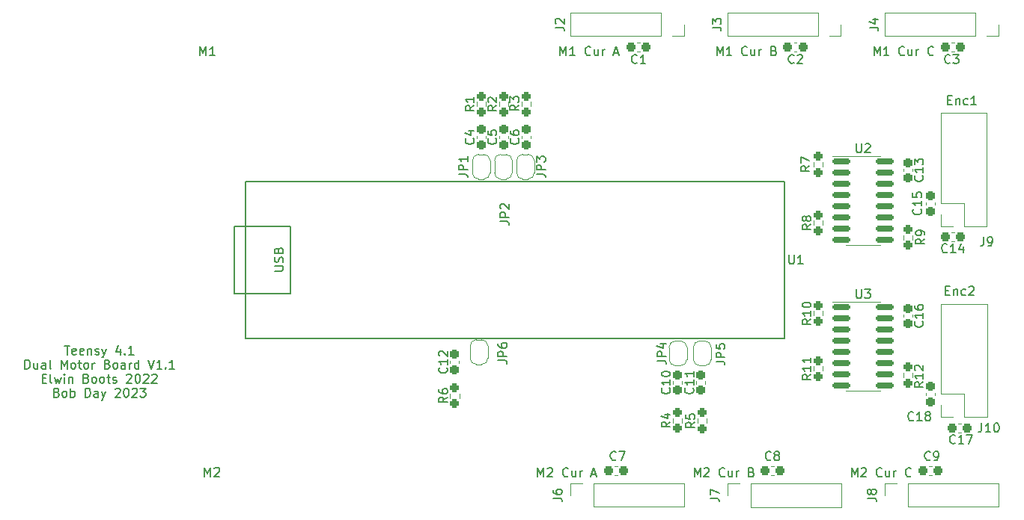
<source format=gbr>
G04 #@! TF.GenerationSoftware,KiCad,Pcbnew,7.0.10-7.0.10~ubuntu22.04.1*
G04 #@! TF.CreationDate,2024-01-06T14:45:44-05:00*
G04 #@! TF.ProjectId,Teensy41_DualMotor,5465656e-7379-4343-915f-4475616c4d6f,1*
G04 #@! TF.SameCoordinates,Original*
G04 #@! TF.FileFunction,Legend,Top*
G04 #@! TF.FilePolarity,Positive*
%FSLAX46Y46*%
G04 Gerber Fmt 4.6, Leading zero omitted, Abs format (unit mm)*
G04 Created by KiCad (PCBNEW 7.0.10-7.0.10~ubuntu22.04.1) date 2024-01-06 14:45:44*
%MOMM*%
%LPD*%
G01*
G04 APERTURE LIST*
G04 Aperture macros list*
%AMRoundRect*
0 Rectangle with rounded corners*
0 $1 Rounding radius*
0 $2 $3 $4 $5 $6 $7 $8 $9 X,Y pos of 4 corners*
0 Add a 4 corners polygon primitive as box body*
4,1,4,$2,$3,$4,$5,$6,$7,$8,$9,$2,$3,0*
0 Add four circle primitives for the rounded corners*
1,1,$1+$1,$2,$3*
1,1,$1+$1,$4,$5*
1,1,$1+$1,$6,$7*
1,1,$1+$1,$8,$9*
0 Add four rect primitives between the rounded corners*
20,1,$1+$1,$2,$3,$4,$5,0*
20,1,$1+$1,$4,$5,$6,$7,0*
20,1,$1+$1,$6,$7,$8,$9,0*
20,1,$1+$1,$8,$9,$2,$3,0*%
%AMFreePoly0*
4,1,19,0.500000,-0.750000,0.000000,-0.750000,0.000000,-0.744911,-0.071157,-0.744911,-0.207708,-0.704816,-0.327430,-0.627875,-0.420627,-0.520320,-0.479746,-0.390866,-0.500000,-0.250000,-0.500000,0.250000,-0.479746,0.390866,-0.420627,0.520320,-0.327430,0.627875,-0.207708,0.704816,-0.071157,0.744911,0.000000,0.744911,0.000000,0.750000,0.500000,0.750000,0.500000,-0.750000,0.500000,-0.750000,
$1*%
%AMFreePoly1*
4,1,19,0.000000,0.744911,0.071157,0.744911,0.207708,0.704816,0.327430,0.627875,0.420627,0.520320,0.479746,0.390866,0.500000,0.250000,0.500000,-0.250000,0.479746,-0.390866,0.420627,-0.520320,0.327430,-0.627875,0.207708,-0.704816,0.071157,-0.744911,0.000000,-0.744911,0.000000,-0.750000,-0.500000,-0.750000,-0.500000,0.750000,0.000000,0.750000,0.000000,0.744911,0.000000,0.744911,
$1*%
G04 Aperture macros list end*
%ADD10C,0.150000*%
%ADD11C,0.120000*%
%ADD12FreePoly0,90.000000*%
%ADD13FreePoly1,90.000000*%
%ADD14FreePoly0,270.000000*%
%ADD15FreePoly1,270.000000*%
%ADD16RoundRect,0.237500X-0.237500X0.250000X-0.237500X-0.250000X0.237500X-0.250000X0.237500X0.250000X0*%
%ADD17RoundRect,0.237500X0.237500X-0.300000X0.237500X0.300000X-0.237500X0.300000X-0.237500X-0.300000X0*%
%ADD18R,1.700000X1.700000*%
%ADD19O,1.700000X1.700000*%
%ADD20RoundRect,0.237500X0.237500X-0.250000X0.237500X0.250000X-0.237500X0.250000X-0.237500X-0.250000X0*%
%ADD21RoundRect,0.150000X-0.825000X-0.150000X0.825000X-0.150000X0.825000X0.150000X-0.825000X0.150000X0*%
%ADD22RoundRect,0.237500X-0.237500X0.300000X-0.237500X-0.300000X0.237500X-0.300000X0.237500X0.300000X0*%
%ADD23RoundRect,0.237500X-0.300000X-0.237500X0.300000X-0.237500X0.300000X0.237500X-0.300000X0.237500X0*%
%ADD24R,1.600000X1.600000*%
%ADD25C,1.600000*%
%ADD26RoundRect,0.237500X0.300000X0.237500X-0.300000X0.237500X-0.300000X-0.237500X0.300000X-0.237500X0*%
G04 APERTURE END LIST*
D10*
X32877619Y-124039819D02*
X33449047Y-124039819D01*
X33163333Y-125039819D02*
X33163333Y-124039819D01*
X34163333Y-124992200D02*
X34068095Y-125039819D01*
X34068095Y-125039819D02*
X33877619Y-125039819D01*
X33877619Y-125039819D02*
X33782381Y-124992200D01*
X33782381Y-124992200D02*
X33734762Y-124896961D01*
X33734762Y-124896961D02*
X33734762Y-124516009D01*
X33734762Y-124516009D02*
X33782381Y-124420771D01*
X33782381Y-124420771D02*
X33877619Y-124373152D01*
X33877619Y-124373152D02*
X34068095Y-124373152D01*
X34068095Y-124373152D02*
X34163333Y-124420771D01*
X34163333Y-124420771D02*
X34210952Y-124516009D01*
X34210952Y-124516009D02*
X34210952Y-124611247D01*
X34210952Y-124611247D02*
X33734762Y-124706485D01*
X35020476Y-124992200D02*
X34925238Y-125039819D01*
X34925238Y-125039819D02*
X34734762Y-125039819D01*
X34734762Y-125039819D02*
X34639524Y-124992200D01*
X34639524Y-124992200D02*
X34591905Y-124896961D01*
X34591905Y-124896961D02*
X34591905Y-124516009D01*
X34591905Y-124516009D02*
X34639524Y-124420771D01*
X34639524Y-124420771D02*
X34734762Y-124373152D01*
X34734762Y-124373152D02*
X34925238Y-124373152D01*
X34925238Y-124373152D02*
X35020476Y-124420771D01*
X35020476Y-124420771D02*
X35068095Y-124516009D01*
X35068095Y-124516009D02*
X35068095Y-124611247D01*
X35068095Y-124611247D02*
X34591905Y-124706485D01*
X35496667Y-124373152D02*
X35496667Y-125039819D01*
X35496667Y-124468390D02*
X35544286Y-124420771D01*
X35544286Y-124420771D02*
X35639524Y-124373152D01*
X35639524Y-124373152D02*
X35782381Y-124373152D01*
X35782381Y-124373152D02*
X35877619Y-124420771D01*
X35877619Y-124420771D02*
X35925238Y-124516009D01*
X35925238Y-124516009D02*
X35925238Y-125039819D01*
X36353810Y-124992200D02*
X36449048Y-125039819D01*
X36449048Y-125039819D02*
X36639524Y-125039819D01*
X36639524Y-125039819D02*
X36734762Y-124992200D01*
X36734762Y-124992200D02*
X36782381Y-124896961D01*
X36782381Y-124896961D02*
X36782381Y-124849342D01*
X36782381Y-124849342D02*
X36734762Y-124754104D01*
X36734762Y-124754104D02*
X36639524Y-124706485D01*
X36639524Y-124706485D02*
X36496667Y-124706485D01*
X36496667Y-124706485D02*
X36401429Y-124658866D01*
X36401429Y-124658866D02*
X36353810Y-124563628D01*
X36353810Y-124563628D02*
X36353810Y-124516009D01*
X36353810Y-124516009D02*
X36401429Y-124420771D01*
X36401429Y-124420771D02*
X36496667Y-124373152D01*
X36496667Y-124373152D02*
X36639524Y-124373152D01*
X36639524Y-124373152D02*
X36734762Y-124420771D01*
X37115715Y-124373152D02*
X37353810Y-125039819D01*
X37591905Y-124373152D02*
X37353810Y-125039819D01*
X37353810Y-125039819D02*
X37258572Y-125277914D01*
X37258572Y-125277914D02*
X37210953Y-125325533D01*
X37210953Y-125325533D02*
X37115715Y-125373152D01*
X39163334Y-124373152D02*
X39163334Y-125039819D01*
X38925239Y-123992200D02*
X38687144Y-124706485D01*
X38687144Y-124706485D02*
X39306191Y-124706485D01*
X39687144Y-124944580D02*
X39734763Y-124992200D01*
X39734763Y-124992200D02*
X39687144Y-125039819D01*
X39687144Y-125039819D02*
X39639525Y-124992200D01*
X39639525Y-124992200D02*
X39687144Y-124944580D01*
X39687144Y-124944580D02*
X39687144Y-125039819D01*
X40687143Y-125039819D02*
X40115715Y-125039819D01*
X40401429Y-125039819D02*
X40401429Y-124039819D01*
X40401429Y-124039819D02*
X40306191Y-124182676D01*
X40306191Y-124182676D02*
X40210953Y-124277914D01*
X40210953Y-124277914D02*
X40115715Y-124325533D01*
X28401427Y-126649819D02*
X28401427Y-125649819D01*
X28401427Y-125649819D02*
X28639522Y-125649819D01*
X28639522Y-125649819D02*
X28782379Y-125697438D01*
X28782379Y-125697438D02*
X28877617Y-125792676D01*
X28877617Y-125792676D02*
X28925236Y-125887914D01*
X28925236Y-125887914D02*
X28972855Y-126078390D01*
X28972855Y-126078390D02*
X28972855Y-126221247D01*
X28972855Y-126221247D02*
X28925236Y-126411723D01*
X28925236Y-126411723D02*
X28877617Y-126506961D01*
X28877617Y-126506961D02*
X28782379Y-126602200D01*
X28782379Y-126602200D02*
X28639522Y-126649819D01*
X28639522Y-126649819D02*
X28401427Y-126649819D01*
X29829998Y-125983152D02*
X29829998Y-126649819D01*
X29401427Y-125983152D02*
X29401427Y-126506961D01*
X29401427Y-126506961D02*
X29449046Y-126602200D01*
X29449046Y-126602200D02*
X29544284Y-126649819D01*
X29544284Y-126649819D02*
X29687141Y-126649819D01*
X29687141Y-126649819D02*
X29782379Y-126602200D01*
X29782379Y-126602200D02*
X29829998Y-126554580D01*
X30734760Y-126649819D02*
X30734760Y-126126009D01*
X30734760Y-126126009D02*
X30687141Y-126030771D01*
X30687141Y-126030771D02*
X30591903Y-125983152D01*
X30591903Y-125983152D02*
X30401427Y-125983152D01*
X30401427Y-125983152D02*
X30306189Y-126030771D01*
X30734760Y-126602200D02*
X30639522Y-126649819D01*
X30639522Y-126649819D02*
X30401427Y-126649819D01*
X30401427Y-126649819D02*
X30306189Y-126602200D01*
X30306189Y-126602200D02*
X30258570Y-126506961D01*
X30258570Y-126506961D02*
X30258570Y-126411723D01*
X30258570Y-126411723D02*
X30306189Y-126316485D01*
X30306189Y-126316485D02*
X30401427Y-126268866D01*
X30401427Y-126268866D02*
X30639522Y-126268866D01*
X30639522Y-126268866D02*
X30734760Y-126221247D01*
X31353808Y-126649819D02*
X31258570Y-126602200D01*
X31258570Y-126602200D02*
X31210951Y-126506961D01*
X31210951Y-126506961D02*
X31210951Y-125649819D01*
X32496666Y-126649819D02*
X32496666Y-125649819D01*
X32496666Y-125649819D02*
X32829999Y-126364104D01*
X32829999Y-126364104D02*
X33163332Y-125649819D01*
X33163332Y-125649819D02*
X33163332Y-126649819D01*
X33782380Y-126649819D02*
X33687142Y-126602200D01*
X33687142Y-126602200D02*
X33639523Y-126554580D01*
X33639523Y-126554580D02*
X33591904Y-126459342D01*
X33591904Y-126459342D02*
X33591904Y-126173628D01*
X33591904Y-126173628D02*
X33639523Y-126078390D01*
X33639523Y-126078390D02*
X33687142Y-126030771D01*
X33687142Y-126030771D02*
X33782380Y-125983152D01*
X33782380Y-125983152D02*
X33925237Y-125983152D01*
X33925237Y-125983152D02*
X34020475Y-126030771D01*
X34020475Y-126030771D02*
X34068094Y-126078390D01*
X34068094Y-126078390D02*
X34115713Y-126173628D01*
X34115713Y-126173628D02*
X34115713Y-126459342D01*
X34115713Y-126459342D02*
X34068094Y-126554580D01*
X34068094Y-126554580D02*
X34020475Y-126602200D01*
X34020475Y-126602200D02*
X33925237Y-126649819D01*
X33925237Y-126649819D02*
X33782380Y-126649819D01*
X34401428Y-125983152D02*
X34782380Y-125983152D01*
X34544285Y-125649819D02*
X34544285Y-126506961D01*
X34544285Y-126506961D02*
X34591904Y-126602200D01*
X34591904Y-126602200D02*
X34687142Y-126649819D01*
X34687142Y-126649819D02*
X34782380Y-126649819D01*
X35258571Y-126649819D02*
X35163333Y-126602200D01*
X35163333Y-126602200D02*
X35115714Y-126554580D01*
X35115714Y-126554580D02*
X35068095Y-126459342D01*
X35068095Y-126459342D02*
X35068095Y-126173628D01*
X35068095Y-126173628D02*
X35115714Y-126078390D01*
X35115714Y-126078390D02*
X35163333Y-126030771D01*
X35163333Y-126030771D02*
X35258571Y-125983152D01*
X35258571Y-125983152D02*
X35401428Y-125983152D01*
X35401428Y-125983152D02*
X35496666Y-126030771D01*
X35496666Y-126030771D02*
X35544285Y-126078390D01*
X35544285Y-126078390D02*
X35591904Y-126173628D01*
X35591904Y-126173628D02*
X35591904Y-126459342D01*
X35591904Y-126459342D02*
X35544285Y-126554580D01*
X35544285Y-126554580D02*
X35496666Y-126602200D01*
X35496666Y-126602200D02*
X35401428Y-126649819D01*
X35401428Y-126649819D02*
X35258571Y-126649819D01*
X36020476Y-126649819D02*
X36020476Y-125983152D01*
X36020476Y-126173628D02*
X36068095Y-126078390D01*
X36068095Y-126078390D02*
X36115714Y-126030771D01*
X36115714Y-126030771D02*
X36210952Y-125983152D01*
X36210952Y-125983152D02*
X36306190Y-125983152D01*
X37734762Y-126126009D02*
X37877619Y-126173628D01*
X37877619Y-126173628D02*
X37925238Y-126221247D01*
X37925238Y-126221247D02*
X37972857Y-126316485D01*
X37972857Y-126316485D02*
X37972857Y-126459342D01*
X37972857Y-126459342D02*
X37925238Y-126554580D01*
X37925238Y-126554580D02*
X37877619Y-126602200D01*
X37877619Y-126602200D02*
X37782381Y-126649819D01*
X37782381Y-126649819D02*
X37401429Y-126649819D01*
X37401429Y-126649819D02*
X37401429Y-125649819D01*
X37401429Y-125649819D02*
X37734762Y-125649819D01*
X37734762Y-125649819D02*
X37830000Y-125697438D01*
X37830000Y-125697438D02*
X37877619Y-125745057D01*
X37877619Y-125745057D02*
X37925238Y-125840295D01*
X37925238Y-125840295D02*
X37925238Y-125935533D01*
X37925238Y-125935533D02*
X37877619Y-126030771D01*
X37877619Y-126030771D02*
X37830000Y-126078390D01*
X37830000Y-126078390D02*
X37734762Y-126126009D01*
X37734762Y-126126009D02*
X37401429Y-126126009D01*
X38544286Y-126649819D02*
X38449048Y-126602200D01*
X38449048Y-126602200D02*
X38401429Y-126554580D01*
X38401429Y-126554580D02*
X38353810Y-126459342D01*
X38353810Y-126459342D02*
X38353810Y-126173628D01*
X38353810Y-126173628D02*
X38401429Y-126078390D01*
X38401429Y-126078390D02*
X38449048Y-126030771D01*
X38449048Y-126030771D02*
X38544286Y-125983152D01*
X38544286Y-125983152D02*
X38687143Y-125983152D01*
X38687143Y-125983152D02*
X38782381Y-126030771D01*
X38782381Y-126030771D02*
X38830000Y-126078390D01*
X38830000Y-126078390D02*
X38877619Y-126173628D01*
X38877619Y-126173628D02*
X38877619Y-126459342D01*
X38877619Y-126459342D02*
X38830000Y-126554580D01*
X38830000Y-126554580D02*
X38782381Y-126602200D01*
X38782381Y-126602200D02*
X38687143Y-126649819D01*
X38687143Y-126649819D02*
X38544286Y-126649819D01*
X39734762Y-126649819D02*
X39734762Y-126126009D01*
X39734762Y-126126009D02*
X39687143Y-126030771D01*
X39687143Y-126030771D02*
X39591905Y-125983152D01*
X39591905Y-125983152D02*
X39401429Y-125983152D01*
X39401429Y-125983152D02*
X39306191Y-126030771D01*
X39734762Y-126602200D02*
X39639524Y-126649819D01*
X39639524Y-126649819D02*
X39401429Y-126649819D01*
X39401429Y-126649819D02*
X39306191Y-126602200D01*
X39306191Y-126602200D02*
X39258572Y-126506961D01*
X39258572Y-126506961D02*
X39258572Y-126411723D01*
X39258572Y-126411723D02*
X39306191Y-126316485D01*
X39306191Y-126316485D02*
X39401429Y-126268866D01*
X39401429Y-126268866D02*
X39639524Y-126268866D01*
X39639524Y-126268866D02*
X39734762Y-126221247D01*
X40210953Y-126649819D02*
X40210953Y-125983152D01*
X40210953Y-126173628D02*
X40258572Y-126078390D01*
X40258572Y-126078390D02*
X40306191Y-126030771D01*
X40306191Y-126030771D02*
X40401429Y-125983152D01*
X40401429Y-125983152D02*
X40496667Y-125983152D01*
X41258572Y-126649819D02*
X41258572Y-125649819D01*
X41258572Y-126602200D02*
X41163334Y-126649819D01*
X41163334Y-126649819D02*
X40972858Y-126649819D01*
X40972858Y-126649819D02*
X40877620Y-126602200D01*
X40877620Y-126602200D02*
X40830001Y-126554580D01*
X40830001Y-126554580D02*
X40782382Y-126459342D01*
X40782382Y-126459342D02*
X40782382Y-126173628D01*
X40782382Y-126173628D02*
X40830001Y-126078390D01*
X40830001Y-126078390D02*
X40877620Y-126030771D01*
X40877620Y-126030771D02*
X40972858Y-125983152D01*
X40972858Y-125983152D02*
X41163334Y-125983152D01*
X41163334Y-125983152D02*
X41258572Y-126030771D01*
X42353811Y-125649819D02*
X42687144Y-126649819D01*
X42687144Y-126649819D02*
X43020477Y-125649819D01*
X43877620Y-126649819D02*
X43306192Y-126649819D01*
X43591906Y-126649819D02*
X43591906Y-125649819D01*
X43591906Y-125649819D02*
X43496668Y-125792676D01*
X43496668Y-125792676D02*
X43401430Y-125887914D01*
X43401430Y-125887914D02*
X43306192Y-125935533D01*
X44306192Y-126554580D02*
X44353811Y-126602200D01*
X44353811Y-126602200D02*
X44306192Y-126649819D01*
X44306192Y-126649819D02*
X44258573Y-126602200D01*
X44258573Y-126602200D02*
X44306192Y-126554580D01*
X44306192Y-126554580D02*
X44306192Y-126649819D01*
X45306191Y-126649819D02*
X44734763Y-126649819D01*
X45020477Y-126649819D02*
X45020477Y-125649819D01*
X45020477Y-125649819D02*
X44925239Y-125792676D01*
X44925239Y-125792676D02*
X44830001Y-125887914D01*
X44830001Y-125887914D02*
X44734763Y-125935533D01*
X30377618Y-127736009D02*
X30710951Y-127736009D01*
X30853808Y-128259819D02*
X30377618Y-128259819D01*
X30377618Y-128259819D02*
X30377618Y-127259819D01*
X30377618Y-127259819D02*
X30853808Y-127259819D01*
X31425237Y-128259819D02*
X31329999Y-128212200D01*
X31329999Y-128212200D02*
X31282380Y-128116961D01*
X31282380Y-128116961D02*
X31282380Y-127259819D01*
X31710952Y-127593152D02*
X31901428Y-128259819D01*
X31901428Y-128259819D02*
X32091904Y-127783628D01*
X32091904Y-127783628D02*
X32282380Y-128259819D01*
X32282380Y-128259819D02*
X32472856Y-127593152D01*
X32853809Y-128259819D02*
X32853809Y-127593152D01*
X32853809Y-127259819D02*
X32806190Y-127307438D01*
X32806190Y-127307438D02*
X32853809Y-127355057D01*
X32853809Y-127355057D02*
X32901428Y-127307438D01*
X32901428Y-127307438D02*
X32853809Y-127259819D01*
X32853809Y-127259819D02*
X32853809Y-127355057D01*
X33329999Y-127593152D02*
X33329999Y-128259819D01*
X33329999Y-127688390D02*
X33377618Y-127640771D01*
X33377618Y-127640771D02*
X33472856Y-127593152D01*
X33472856Y-127593152D02*
X33615713Y-127593152D01*
X33615713Y-127593152D02*
X33710951Y-127640771D01*
X33710951Y-127640771D02*
X33758570Y-127736009D01*
X33758570Y-127736009D02*
X33758570Y-128259819D01*
X35329999Y-127736009D02*
X35472856Y-127783628D01*
X35472856Y-127783628D02*
X35520475Y-127831247D01*
X35520475Y-127831247D02*
X35568094Y-127926485D01*
X35568094Y-127926485D02*
X35568094Y-128069342D01*
X35568094Y-128069342D02*
X35520475Y-128164580D01*
X35520475Y-128164580D02*
X35472856Y-128212200D01*
X35472856Y-128212200D02*
X35377618Y-128259819D01*
X35377618Y-128259819D02*
X34996666Y-128259819D01*
X34996666Y-128259819D02*
X34996666Y-127259819D01*
X34996666Y-127259819D02*
X35329999Y-127259819D01*
X35329999Y-127259819D02*
X35425237Y-127307438D01*
X35425237Y-127307438D02*
X35472856Y-127355057D01*
X35472856Y-127355057D02*
X35520475Y-127450295D01*
X35520475Y-127450295D02*
X35520475Y-127545533D01*
X35520475Y-127545533D02*
X35472856Y-127640771D01*
X35472856Y-127640771D02*
X35425237Y-127688390D01*
X35425237Y-127688390D02*
X35329999Y-127736009D01*
X35329999Y-127736009D02*
X34996666Y-127736009D01*
X36139523Y-128259819D02*
X36044285Y-128212200D01*
X36044285Y-128212200D02*
X35996666Y-128164580D01*
X35996666Y-128164580D02*
X35949047Y-128069342D01*
X35949047Y-128069342D02*
X35949047Y-127783628D01*
X35949047Y-127783628D02*
X35996666Y-127688390D01*
X35996666Y-127688390D02*
X36044285Y-127640771D01*
X36044285Y-127640771D02*
X36139523Y-127593152D01*
X36139523Y-127593152D02*
X36282380Y-127593152D01*
X36282380Y-127593152D02*
X36377618Y-127640771D01*
X36377618Y-127640771D02*
X36425237Y-127688390D01*
X36425237Y-127688390D02*
X36472856Y-127783628D01*
X36472856Y-127783628D02*
X36472856Y-128069342D01*
X36472856Y-128069342D02*
X36425237Y-128164580D01*
X36425237Y-128164580D02*
X36377618Y-128212200D01*
X36377618Y-128212200D02*
X36282380Y-128259819D01*
X36282380Y-128259819D02*
X36139523Y-128259819D01*
X37044285Y-128259819D02*
X36949047Y-128212200D01*
X36949047Y-128212200D02*
X36901428Y-128164580D01*
X36901428Y-128164580D02*
X36853809Y-128069342D01*
X36853809Y-128069342D02*
X36853809Y-127783628D01*
X36853809Y-127783628D02*
X36901428Y-127688390D01*
X36901428Y-127688390D02*
X36949047Y-127640771D01*
X36949047Y-127640771D02*
X37044285Y-127593152D01*
X37044285Y-127593152D02*
X37187142Y-127593152D01*
X37187142Y-127593152D02*
X37282380Y-127640771D01*
X37282380Y-127640771D02*
X37329999Y-127688390D01*
X37329999Y-127688390D02*
X37377618Y-127783628D01*
X37377618Y-127783628D02*
X37377618Y-128069342D01*
X37377618Y-128069342D02*
X37329999Y-128164580D01*
X37329999Y-128164580D02*
X37282380Y-128212200D01*
X37282380Y-128212200D02*
X37187142Y-128259819D01*
X37187142Y-128259819D02*
X37044285Y-128259819D01*
X37663333Y-127593152D02*
X38044285Y-127593152D01*
X37806190Y-127259819D02*
X37806190Y-128116961D01*
X37806190Y-128116961D02*
X37853809Y-128212200D01*
X37853809Y-128212200D02*
X37949047Y-128259819D01*
X37949047Y-128259819D02*
X38044285Y-128259819D01*
X38330000Y-128212200D02*
X38425238Y-128259819D01*
X38425238Y-128259819D02*
X38615714Y-128259819D01*
X38615714Y-128259819D02*
X38710952Y-128212200D01*
X38710952Y-128212200D02*
X38758571Y-128116961D01*
X38758571Y-128116961D02*
X38758571Y-128069342D01*
X38758571Y-128069342D02*
X38710952Y-127974104D01*
X38710952Y-127974104D02*
X38615714Y-127926485D01*
X38615714Y-127926485D02*
X38472857Y-127926485D01*
X38472857Y-127926485D02*
X38377619Y-127878866D01*
X38377619Y-127878866D02*
X38330000Y-127783628D01*
X38330000Y-127783628D02*
X38330000Y-127736009D01*
X38330000Y-127736009D02*
X38377619Y-127640771D01*
X38377619Y-127640771D02*
X38472857Y-127593152D01*
X38472857Y-127593152D02*
X38615714Y-127593152D01*
X38615714Y-127593152D02*
X38710952Y-127640771D01*
X39901429Y-127355057D02*
X39949048Y-127307438D01*
X39949048Y-127307438D02*
X40044286Y-127259819D01*
X40044286Y-127259819D02*
X40282381Y-127259819D01*
X40282381Y-127259819D02*
X40377619Y-127307438D01*
X40377619Y-127307438D02*
X40425238Y-127355057D01*
X40425238Y-127355057D02*
X40472857Y-127450295D01*
X40472857Y-127450295D02*
X40472857Y-127545533D01*
X40472857Y-127545533D02*
X40425238Y-127688390D01*
X40425238Y-127688390D02*
X39853810Y-128259819D01*
X39853810Y-128259819D02*
X40472857Y-128259819D01*
X41091905Y-127259819D02*
X41187143Y-127259819D01*
X41187143Y-127259819D02*
X41282381Y-127307438D01*
X41282381Y-127307438D02*
X41330000Y-127355057D01*
X41330000Y-127355057D02*
X41377619Y-127450295D01*
X41377619Y-127450295D02*
X41425238Y-127640771D01*
X41425238Y-127640771D02*
X41425238Y-127878866D01*
X41425238Y-127878866D02*
X41377619Y-128069342D01*
X41377619Y-128069342D02*
X41330000Y-128164580D01*
X41330000Y-128164580D02*
X41282381Y-128212200D01*
X41282381Y-128212200D02*
X41187143Y-128259819D01*
X41187143Y-128259819D02*
X41091905Y-128259819D01*
X41091905Y-128259819D02*
X40996667Y-128212200D01*
X40996667Y-128212200D02*
X40949048Y-128164580D01*
X40949048Y-128164580D02*
X40901429Y-128069342D01*
X40901429Y-128069342D02*
X40853810Y-127878866D01*
X40853810Y-127878866D02*
X40853810Y-127640771D01*
X40853810Y-127640771D02*
X40901429Y-127450295D01*
X40901429Y-127450295D02*
X40949048Y-127355057D01*
X40949048Y-127355057D02*
X40996667Y-127307438D01*
X40996667Y-127307438D02*
X41091905Y-127259819D01*
X41806191Y-127355057D02*
X41853810Y-127307438D01*
X41853810Y-127307438D02*
X41949048Y-127259819D01*
X41949048Y-127259819D02*
X42187143Y-127259819D01*
X42187143Y-127259819D02*
X42282381Y-127307438D01*
X42282381Y-127307438D02*
X42330000Y-127355057D01*
X42330000Y-127355057D02*
X42377619Y-127450295D01*
X42377619Y-127450295D02*
X42377619Y-127545533D01*
X42377619Y-127545533D02*
X42330000Y-127688390D01*
X42330000Y-127688390D02*
X41758572Y-128259819D01*
X41758572Y-128259819D02*
X42377619Y-128259819D01*
X42758572Y-127355057D02*
X42806191Y-127307438D01*
X42806191Y-127307438D02*
X42901429Y-127259819D01*
X42901429Y-127259819D02*
X43139524Y-127259819D01*
X43139524Y-127259819D02*
X43234762Y-127307438D01*
X43234762Y-127307438D02*
X43282381Y-127355057D01*
X43282381Y-127355057D02*
X43330000Y-127450295D01*
X43330000Y-127450295D02*
X43330000Y-127545533D01*
X43330000Y-127545533D02*
X43282381Y-127688390D01*
X43282381Y-127688390D02*
X42710953Y-128259819D01*
X42710953Y-128259819D02*
X43330000Y-128259819D01*
X31996666Y-129346009D02*
X32139523Y-129393628D01*
X32139523Y-129393628D02*
X32187142Y-129441247D01*
X32187142Y-129441247D02*
X32234761Y-129536485D01*
X32234761Y-129536485D02*
X32234761Y-129679342D01*
X32234761Y-129679342D02*
X32187142Y-129774580D01*
X32187142Y-129774580D02*
X32139523Y-129822200D01*
X32139523Y-129822200D02*
X32044285Y-129869819D01*
X32044285Y-129869819D02*
X31663333Y-129869819D01*
X31663333Y-129869819D02*
X31663333Y-128869819D01*
X31663333Y-128869819D02*
X31996666Y-128869819D01*
X31996666Y-128869819D02*
X32091904Y-128917438D01*
X32091904Y-128917438D02*
X32139523Y-128965057D01*
X32139523Y-128965057D02*
X32187142Y-129060295D01*
X32187142Y-129060295D02*
X32187142Y-129155533D01*
X32187142Y-129155533D02*
X32139523Y-129250771D01*
X32139523Y-129250771D02*
X32091904Y-129298390D01*
X32091904Y-129298390D02*
X31996666Y-129346009D01*
X31996666Y-129346009D02*
X31663333Y-129346009D01*
X32806190Y-129869819D02*
X32710952Y-129822200D01*
X32710952Y-129822200D02*
X32663333Y-129774580D01*
X32663333Y-129774580D02*
X32615714Y-129679342D01*
X32615714Y-129679342D02*
X32615714Y-129393628D01*
X32615714Y-129393628D02*
X32663333Y-129298390D01*
X32663333Y-129298390D02*
X32710952Y-129250771D01*
X32710952Y-129250771D02*
X32806190Y-129203152D01*
X32806190Y-129203152D02*
X32949047Y-129203152D01*
X32949047Y-129203152D02*
X33044285Y-129250771D01*
X33044285Y-129250771D02*
X33091904Y-129298390D01*
X33091904Y-129298390D02*
X33139523Y-129393628D01*
X33139523Y-129393628D02*
X33139523Y-129679342D01*
X33139523Y-129679342D02*
X33091904Y-129774580D01*
X33091904Y-129774580D02*
X33044285Y-129822200D01*
X33044285Y-129822200D02*
X32949047Y-129869819D01*
X32949047Y-129869819D02*
X32806190Y-129869819D01*
X33568095Y-129869819D02*
X33568095Y-128869819D01*
X33568095Y-129250771D02*
X33663333Y-129203152D01*
X33663333Y-129203152D02*
X33853809Y-129203152D01*
X33853809Y-129203152D02*
X33949047Y-129250771D01*
X33949047Y-129250771D02*
X33996666Y-129298390D01*
X33996666Y-129298390D02*
X34044285Y-129393628D01*
X34044285Y-129393628D02*
X34044285Y-129679342D01*
X34044285Y-129679342D02*
X33996666Y-129774580D01*
X33996666Y-129774580D02*
X33949047Y-129822200D01*
X33949047Y-129822200D02*
X33853809Y-129869819D01*
X33853809Y-129869819D02*
X33663333Y-129869819D01*
X33663333Y-129869819D02*
X33568095Y-129822200D01*
X35234762Y-129869819D02*
X35234762Y-128869819D01*
X35234762Y-128869819D02*
X35472857Y-128869819D01*
X35472857Y-128869819D02*
X35615714Y-128917438D01*
X35615714Y-128917438D02*
X35710952Y-129012676D01*
X35710952Y-129012676D02*
X35758571Y-129107914D01*
X35758571Y-129107914D02*
X35806190Y-129298390D01*
X35806190Y-129298390D02*
X35806190Y-129441247D01*
X35806190Y-129441247D02*
X35758571Y-129631723D01*
X35758571Y-129631723D02*
X35710952Y-129726961D01*
X35710952Y-129726961D02*
X35615714Y-129822200D01*
X35615714Y-129822200D02*
X35472857Y-129869819D01*
X35472857Y-129869819D02*
X35234762Y-129869819D01*
X36663333Y-129869819D02*
X36663333Y-129346009D01*
X36663333Y-129346009D02*
X36615714Y-129250771D01*
X36615714Y-129250771D02*
X36520476Y-129203152D01*
X36520476Y-129203152D02*
X36330000Y-129203152D01*
X36330000Y-129203152D02*
X36234762Y-129250771D01*
X36663333Y-129822200D02*
X36568095Y-129869819D01*
X36568095Y-129869819D02*
X36330000Y-129869819D01*
X36330000Y-129869819D02*
X36234762Y-129822200D01*
X36234762Y-129822200D02*
X36187143Y-129726961D01*
X36187143Y-129726961D02*
X36187143Y-129631723D01*
X36187143Y-129631723D02*
X36234762Y-129536485D01*
X36234762Y-129536485D02*
X36330000Y-129488866D01*
X36330000Y-129488866D02*
X36568095Y-129488866D01*
X36568095Y-129488866D02*
X36663333Y-129441247D01*
X37044286Y-129203152D02*
X37282381Y-129869819D01*
X37520476Y-129203152D02*
X37282381Y-129869819D01*
X37282381Y-129869819D02*
X37187143Y-130107914D01*
X37187143Y-130107914D02*
X37139524Y-130155533D01*
X37139524Y-130155533D02*
X37044286Y-130203152D01*
X38615715Y-128965057D02*
X38663334Y-128917438D01*
X38663334Y-128917438D02*
X38758572Y-128869819D01*
X38758572Y-128869819D02*
X38996667Y-128869819D01*
X38996667Y-128869819D02*
X39091905Y-128917438D01*
X39091905Y-128917438D02*
X39139524Y-128965057D01*
X39139524Y-128965057D02*
X39187143Y-129060295D01*
X39187143Y-129060295D02*
X39187143Y-129155533D01*
X39187143Y-129155533D02*
X39139524Y-129298390D01*
X39139524Y-129298390D02*
X38568096Y-129869819D01*
X38568096Y-129869819D02*
X39187143Y-129869819D01*
X39806191Y-128869819D02*
X39901429Y-128869819D01*
X39901429Y-128869819D02*
X39996667Y-128917438D01*
X39996667Y-128917438D02*
X40044286Y-128965057D01*
X40044286Y-128965057D02*
X40091905Y-129060295D01*
X40091905Y-129060295D02*
X40139524Y-129250771D01*
X40139524Y-129250771D02*
X40139524Y-129488866D01*
X40139524Y-129488866D02*
X40091905Y-129679342D01*
X40091905Y-129679342D02*
X40044286Y-129774580D01*
X40044286Y-129774580D02*
X39996667Y-129822200D01*
X39996667Y-129822200D02*
X39901429Y-129869819D01*
X39901429Y-129869819D02*
X39806191Y-129869819D01*
X39806191Y-129869819D02*
X39710953Y-129822200D01*
X39710953Y-129822200D02*
X39663334Y-129774580D01*
X39663334Y-129774580D02*
X39615715Y-129679342D01*
X39615715Y-129679342D02*
X39568096Y-129488866D01*
X39568096Y-129488866D02*
X39568096Y-129250771D01*
X39568096Y-129250771D02*
X39615715Y-129060295D01*
X39615715Y-129060295D02*
X39663334Y-128965057D01*
X39663334Y-128965057D02*
X39710953Y-128917438D01*
X39710953Y-128917438D02*
X39806191Y-128869819D01*
X40520477Y-128965057D02*
X40568096Y-128917438D01*
X40568096Y-128917438D02*
X40663334Y-128869819D01*
X40663334Y-128869819D02*
X40901429Y-128869819D01*
X40901429Y-128869819D02*
X40996667Y-128917438D01*
X40996667Y-128917438D02*
X41044286Y-128965057D01*
X41044286Y-128965057D02*
X41091905Y-129060295D01*
X41091905Y-129060295D02*
X41091905Y-129155533D01*
X41091905Y-129155533D02*
X41044286Y-129298390D01*
X41044286Y-129298390D02*
X40472858Y-129869819D01*
X40472858Y-129869819D02*
X41091905Y-129869819D01*
X41425239Y-128869819D02*
X42044286Y-128869819D01*
X42044286Y-128869819D02*
X41710953Y-129250771D01*
X41710953Y-129250771D02*
X41853810Y-129250771D01*
X41853810Y-129250771D02*
X41949048Y-129298390D01*
X41949048Y-129298390D02*
X41996667Y-129346009D01*
X41996667Y-129346009D02*
X42044286Y-129441247D01*
X42044286Y-129441247D02*
X42044286Y-129679342D01*
X42044286Y-129679342D02*
X41996667Y-129774580D01*
X41996667Y-129774580D02*
X41949048Y-129822200D01*
X41949048Y-129822200D02*
X41853810Y-129869819D01*
X41853810Y-129869819D02*
X41568096Y-129869819D01*
X41568096Y-129869819D02*
X41472858Y-129822200D01*
X41472858Y-129822200D02*
X41425239Y-129774580D01*
X124428666Y-91132819D02*
X124428666Y-90132819D01*
X124428666Y-90132819D02*
X124761999Y-90847104D01*
X124761999Y-90847104D02*
X125095332Y-90132819D01*
X125095332Y-90132819D02*
X125095332Y-91132819D01*
X126095332Y-91132819D02*
X125523904Y-91132819D01*
X125809618Y-91132819D02*
X125809618Y-90132819D01*
X125809618Y-90132819D02*
X125714380Y-90275676D01*
X125714380Y-90275676D02*
X125619142Y-90370914D01*
X125619142Y-90370914D02*
X125523904Y-90418533D01*
X127857237Y-91037580D02*
X127809618Y-91085200D01*
X127809618Y-91085200D02*
X127666761Y-91132819D01*
X127666761Y-91132819D02*
X127571523Y-91132819D01*
X127571523Y-91132819D02*
X127428666Y-91085200D01*
X127428666Y-91085200D02*
X127333428Y-90989961D01*
X127333428Y-90989961D02*
X127285809Y-90894723D01*
X127285809Y-90894723D02*
X127238190Y-90704247D01*
X127238190Y-90704247D02*
X127238190Y-90561390D01*
X127238190Y-90561390D02*
X127285809Y-90370914D01*
X127285809Y-90370914D02*
X127333428Y-90275676D01*
X127333428Y-90275676D02*
X127428666Y-90180438D01*
X127428666Y-90180438D02*
X127571523Y-90132819D01*
X127571523Y-90132819D02*
X127666761Y-90132819D01*
X127666761Y-90132819D02*
X127809618Y-90180438D01*
X127809618Y-90180438D02*
X127857237Y-90228057D01*
X128714380Y-90466152D02*
X128714380Y-91132819D01*
X128285809Y-90466152D02*
X128285809Y-90989961D01*
X128285809Y-90989961D02*
X128333428Y-91085200D01*
X128333428Y-91085200D02*
X128428666Y-91132819D01*
X128428666Y-91132819D02*
X128571523Y-91132819D01*
X128571523Y-91132819D02*
X128666761Y-91085200D01*
X128666761Y-91085200D02*
X128714380Y-91037580D01*
X129190571Y-91132819D02*
X129190571Y-90466152D01*
X129190571Y-90656628D02*
X129238190Y-90561390D01*
X129238190Y-90561390D02*
X129285809Y-90513771D01*
X129285809Y-90513771D02*
X129381047Y-90466152D01*
X129381047Y-90466152D02*
X129476285Y-90466152D01*
X131142952Y-91037580D02*
X131095333Y-91085200D01*
X131095333Y-91085200D02*
X130952476Y-91132819D01*
X130952476Y-91132819D02*
X130857238Y-91132819D01*
X130857238Y-91132819D02*
X130714381Y-91085200D01*
X130714381Y-91085200D02*
X130619143Y-90989961D01*
X130619143Y-90989961D02*
X130571524Y-90894723D01*
X130571524Y-90894723D02*
X130523905Y-90704247D01*
X130523905Y-90704247D02*
X130523905Y-90561390D01*
X130523905Y-90561390D02*
X130571524Y-90370914D01*
X130571524Y-90370914D02*
X130619143Y-90275676D01*
X130619143Y-90275676D02*
X130714381Y-90180438D01*
X130714381Y-90180438D02*
X130857238Y-90132819D01*
X130857238Y-90132819D02*
X130952476Y-90132819D01*
X130952476Y-90132819D02*
X131095333Y-90180438D01*
X131095333Y-90180438D02*
X131142952Y-90228057D01*
X48720476Y-138841819D02*
X48720476Y-137841819D01*
X48720476Y-137841819D02*
X49053809Y-138556104D01*
X49053809Y-138556104D02*
X49387142Y-137841819D01*
X49387142Y-137841819D02*
X49387142Y-138841819D01*
X49815714Y-137937057D02*
X49863333Y-137889438D01*
X49863333Y-137889438D02*
X49958571Y-137841819D01*
X49958571Y-137841819D02*
X50196666Y-137841819D01*
X50196666Y-137841819D02*
X50291904Y-137889438D01*
X50291904Y-137889438D02*
X50339523Y-137937057D01*
X50339523Y-137937057D02*
X50387142Y-138032295D01*
X50387142Y-138032295D02*
X50387142Y-138127533D01*
X50387142Y-138127533D02*
X50339523Y-138270390D01*
X50339523Y-138270390D02*
X49768095Y-138841819D01*
X49768095Y-138841819D02*
X50387142Y-138841819D01*
X121888666Y-138884819D02*
X121888666Y-137884819D01*
X121888666Y-137884819D02*
X122221999Y-138599104D01*
X122221999Y-138599104D02*
X122555332Y-137884819D01*
X122555332Y-137884819D02*
X122555332Y-138884819D01*
X122983904Y-137980057D02*
X123031523Y-137932438D01*
X123031523Y-137932438D02*
X123126761Y-137884819D01*
X123126761Y-137884819D02*
X123364856Y-137884819D01*
X123364856Y-137884819D02*
X123460094Y-137932438D01*
X123460094Y-137932438D02*
X123507713Y-137980057D01*
X123507713Y-137980057D02*
X123555332Y-138075295D01*
X123555332Y-138075295D02*
X123555332Y-138170533D01*
X123555332Y-138170533D02*
X123507713Y-138313390D01*
X123507713Y-138313390D02*
X122936285Y-138884819D01*
X122936285Y-138884819D02*
X123555332Y-138884819D01*
X125317237Y-138789580D02*
X125269618Y-138837200D01*
X125269618Y-138837200D02*
X125126761Y-138884819D01*
X125126761Y-138884819D02*
X125031523Y-138884819D01*
X125031523Y-138884819D02*
X124888666Y-138837200D01*
X124888666Y-138837200D02*
X124793428Y-138741961D01*
X124793428Y-138741961D02*
X124745809Y-138646723D01*
X124745809Y-138646723D02*
X124698190Y-138456247D01*
X124698190Y-138456247D02*
X124698190Y-138313390D01*
X124698190Y-138313390D02*
X124745809Y-138122914D01*
X124745809Y-138122914D02*
X124793428Y-138027676D01*
X124793428Y-138027676D02*
X124888666Y-137932438D01*
X124888666Y-137932438D02*
X125031523Y-137884819D01*
X125031523Y-137884819D02*
X125126761Y-137884819D01*
X125126761Y-137884819D02*
X125269618Y-137932438D01*
X125269618Y-137932438D02*
X125317237Y-137980057D01*
X126174380Y-138218152D02*
X126174380Y-138884819D01*
X125745809Y-138218152D02*
X125745809Y-138741961D01*
X125745809Y-138741961D02*
X125793428Y-138837200D01*
X125793428Y-138837200D02*
X125888666Y-138884819D01*
X125888666Y-138884819D02*
X126031523Y-138884819D01*
X126031523Y-138884819D02*
X126126761Y-138837200D01*
X126126761Y-138837200D02*
X126174380Y-138789580D01*
X126650571Y-138884819D02*
X126650571Y-138218152D01*
X126650571Y-138408628D02*
X126698190Y-138313390D01*
X126698190Y-138313390D02*
X126745809Y-138265771D01*
X126745809Y-138265771D02*
X126841047Y-138218152D01*
X126841047Y-138218152D02*
X126936285Y-138218152D01*
X128602952Y-138789580D02*
X128555333Y-138837200D01*
X128555333Y-138837200D02*
X128412476Y-138884819D01*
X128412476Y-138884819D02*
X128317238Y-138884819D01*
X128317238Y-138884819D02*
X128174381Y-138837200D01*
X128174381Y-138837200D02*
X128079143Y-138741961D01*
X128079143Y-138741961D02*
X128031524Y-138646723D01*
X128031524Y-138646723D02*
X127983905Y-138456247D01*
X127983905Y-138456247D02*
X127983905Y-138313390D01*
X127983905Y-138313390D02*
X128031524Y-138122914D01*
X128031524Y-138122914D02*
X128079143Y-138027676D01*
X128079143Y-138027676D02*
X128174381Y-137932438D01*
X128174381Y-137932438D02*
X128317238Y-137884819D01*
X128317238Y-137884819D02*
X128412476Y-137884819D01*
X128412476Y-137884819D02*
X128555333Y-137932438D01*
X128555333Y-137932438D02*
X128602952Y-137980057D01*
X104108666Y-138884819D02*
X104108666Y-137884819D01*
X104108666Y-137884819D02*
X104441999Y-138599104D01*
X104441999Y-138599104D02*
X104775332Y-137884819D01*
X104775332Y-137884819D02*
X104775332Y-138884819D01*
X105203904Y-137980057D02*
X105251523Y-137932438D01*
X105251523Y-137932438D02*
X105346761Y-137884819D01*
X105346761Y-137884819D02*
X105584856Y-137884819D01*
X105584856Y-137884819D02*
X105680094Y-137932438D01*
X105680094Y-137932438D02*
X105727713Y-137980057D01*
X105727713Y-137980057D02*
X105775332Y-138075295D01*
X105775332Y-138075295D02*
X105775332Y-138170533D01*
X105775332Y-138170533D02*
X105727713Y-138313390D01*
X105727713Y-138313390D02*
X105156285Y-138884819D01*
X105156285Y-138884819D02*
X105775332Y-138884819D01*
X107537237Y-138789580D02*
X107489618Y-138837200D01*
X107489618Y-138837200D02*
X107346761Y-138884819D01*
X107346761Y-138884819D02*
X107251523Y-138884819D01*
X107251523Y-138884819D02*
X107108666Y-138837200D01*
X107108666Y-138837200D02*
X107013428Y-138741961D01*
X107013428Y-138741961D02*
X106965809Y-138646723D01*
X106965809Y-138646723D02*
X106918190Y-138456247D01*
X106918190Y-138456247D02*
X106918190Y-138313390D01*
X106918190Y-138313390D02*
X106965809Y-138122914D01*
X106965809Y-138122914D02*
X107013428Y-138027676D01*
X107013428Y-138027676D02*
X107108666Y-137932438D01*
X107108666Y-137932438D02*
X107251523Y-137884819D01*
X107251523Y-137884819D02*
X107346761Y-137884819D01*
X107346761Y-137884819D02*
X107489618Y-137932438D01*
X107489618Y-137932438D02*
X107537237Y-137980057D01*
X108394380Y-138218152D02*
X108394380Y-138884819D01*
X107965809Y-138218152D02*
X107965809Y-138741961D01*
X107965809Y-138741961D02*
X108013428Y-138837200D01*
X108013428Y-138837200D02*
X108108666Y-138884819D01*
X108108666Y-138884819D02*
X108251523Y-138884819D01*
X108251523Y-138884819D02*
X108346761Y-138837200D01*
X108346761Y-138837200D02*
X108394380Y-138789580D01*
X108870571Y-138884819D02*
X108870571Y-138218152D01*
X108870571Y-138408628D02*
X108918190Y-138313390D01*
X108918190Y-138313390D02*
X108965809Y-138265771D01*
X108965809Y-138265771D02*
X109061047Y-138218152D01*
X109061047Y-138218152D02*
X109156285Y-138218152D01*
X110584857Y-138361009D02*
X110727714Y-138408628D01*
X110727714Y-138408628D02*
X110775333Y-138456247D01*
X110775333Y-138456247D02*
X110822952Y-138551485D01*
X110822952Y-138551485D02*
X110822952Y-138694342D01*
X110822952Y-138694342D02*
X110775333Y-138789580D01*
X110775333Y-138789580D02*
X110727714Y-138837200D01*
X110727714Y-138837200D02*
X110632476Y-138884819D01*
X110632476Y-138884819D02*
X110251524Y-138884819D01*
X110251524Y-138884819D02*
X110251524Y-137884819D01*
X110251524Y-137884819D02*
X110584857Y-137884819D01*
X110584857Y-137884819D02*
X110680095Y-137932438D01*
X110680095Y-137932438D02*
X110727714Y-137980057D01*
X110727714Y-137980057D02*
X110775333Y-138075295D01*
X110775333Y-138075295D02*
X110775333Y-138170533D01*
X110775333Y-138170533D02*
X110727714Y-138265771D01*
X110727714Y-138265771D02*
X110680095Y-138313390D01*
X110680095Y-138313390D02*
X110584857Y-138361009D01*
X110584857Y-138361009D02*
X110251524Y-138361009D01*
X132540571Y-117787009D02*
X132873904Y-117787009D01*
X133016761Y-118310819D02*
X132540571Y-118310819D01*
X132540571Y-118310819D02*
X132540571Y-117310819D01*
X132540571Y-117310819D02*
X133016761Y-117310819D01*
X133445333Y-117644152D02*
X133445333Y-118310819D01*
X133445333Y-117739390D02*
X133492952Y-117691771D01*
X133492952Y-117691771D02*
X133588190Y-117644152D01*
X133588190Y-117644152D02*
X133731047Y-117644152D01*
X133731047Y-117644152D02*
X133826285Y-117691771D01*
X133826285Y-117691771D02*
X133873904Y-117787009D01*
X133873904Y-117787009D02*
X133873904Y-118310819D01*
X134778666Y-118263200D02*
X134683428Y-118310819D01*
X134683428Y-118310819D02*
X134492952Y-118310819D01*
X134492952Y-118310819D02*
X134397714Y-118263200D01*
X134397714Y-118263200D02*
X134350095Y-118215580D01*
X134350095Y-118215580D02*
X134302476Y-118120342D01*
X134302476Y-118120342D02*
X134302476Y-117834628D01*
X134302476Y-117834628D02*
X134350095Y-117739390D01*
X134350095Y-117739390D02*
X134397714Y-117691771D01*
X134397714Y-117691771D02*
X134492952Y-117644152D01*
X134492952Y-117644152D02*
X134683428Y-117644152D01*
X134683428Y-117644152D02*
X134778666Y-117691771D01*
X135159619Y-117406057D02*
X135207238Y-117358438D01*
X135207238Y-117358438D02*
X135302476Y-117310819D01*
X135302476Y-117310819D02*
X135540571Y-117310819D01*
X135540571Y-117310819D02*
X135635809Y-117358438D01*
X135635809Y-117358438D02*
X135683428Y-117406057D01*
X135683428Y-117406057D02*
X135731047Y-117501295D01*
X135731047Y-117501295D02*
X135731047Y-117596533D01*
X135731047Y-117596533D02*
X135683428Y-117739390D01*
X135683428Y-117739390D02*
X135112000Y-118310819D01*
X135112000Y-118310819D02*
X135731047Y-118310819D01*
X86400095Y-138884819D02*
X86400095Y-137884819D01*
X86400095Y-137884819D02*
X86733428Y-138599104D01*
X86733428Y-138599104D02*
X87066761Y-137884819D01*
X87066761Y-137884819D02*
X87066761Y-138884819D01*
X87495333Y-137980057D02*
X87542952Y-137932438D01*
X87542952Y-137932438D02*
X87638190Y-137884819D01*
X87638190Y-137884819D02*
X87876285Y-137884819D01*
X87876285Y-137884819D02*
X87971523Y-137932438D01*
X87971523Y-137932438D02*
X88019142Y-137980057D01*
X88019142Y-137980057D02*
X88066761Y-138075295D01*
X88066761Y-138075295D02*
X88066761Y-138170533D01*
X88066761Y-138170533D02*
X88019142Y-138313390D01*
X88019142Y-138313390D02*
X87447714Y-138884819D01*
X87447714Y-138884819D02*
X88066761Y-138884819D01*
X89828666Y-138789580D02*
X89781047Y-138837200D01*
X89781047Y-138837200D02*
X89638190Y-138884819D01*
X89638190Y-138884819D02*
X89542952Y-138884819D01*
X89542952Y-138884819D02*
X89400095Y-138837200D01*
X89400095Y-138837200D02*
X89304857Y-138741961D01*
X89304857Y-138741961D02*
X89257238Y-138646723D01*
X89257238Y-138646723D02*
X89209619Y-138456247D01*
X89209619Y-138456247D02*
X89209619Y-138313390D01*
X89209619Y-138313390D02*
X89257238Y-138122914D01*
X89257238Y-138122914D02*
X89304857Y-138027676D01*
X89304857Y-138027676D02*
X89400095Y-137932438D01*
X89400095Y-137932438D02*
X89542952Y-137884819D01*
X89542952Y-137884819D02*
X89638190Y-137884819D01*
X89638190Y-137884819D02*
X89781047Y-137932438D01*
X89781047Y-137932438D02*
X89828666Y-137980057D01*
X90685809Y-138218152D02*
X90685809Y-138884819D01*
X90257238Y-138218152D02*
X90257238Y-138741961D01*
X90257238Y-138741961D02*
X90304857Y-138837200D01*
X90304857Y-138837200D02*
X90400095Y-138884819D01*
X90400095Y-138884819D02*
X90542952Y-138884819D01*
X90542952Y-138884819D02*
X90638190Y-138837200D01*
X90638190Y-138837200D02*
X90685809Y-138789580D01*
X91162000Y-138884819D02*
X91162000Y-138218152D01*
X91162000Y-138408628D02*
X91209619Y-138313390D01*
X91209619Y-138313390D02*
X91257238Y-138265771D01*
X91257238Y-138265771D02*
X91352476Y-138218152D01*
X91352476Y-138218152D02*
X91447714Y-138218152D01*
X92495334Y-138599104D02*
X92971524Y-138599104D01*
X92400096Y-138884819D02*
X92733429Y-137884819D01*
X92733429Y-137884819D02*
X93066762Y-138884819D01*
X132794571Y-96197009D02*
X133127904Y-96197009D01*
X133270761Y-96720819D02*
X132794571Y-96720819D01*
X132794571Y-96720819D02*
X132794571Y-95720819D01*
X132794571Y-95720819D02*
X133270761Y-95720819D01*
X133699333Y-96054152D02*
X133699333Y-96720819D01*
X133699333Y-96149390D02*
X133746952Y-96101771D01*
X133746952Y-96101771D02*
X133842190Y-96054152D01*
X133842190Y-96054152D02*
X133985047Y-96054152D01*
X133985047Y-96054152D02*
X134080285Y-96101771D01*
X134080285Y-96101771D02*
X134127904Y-96197009D01*
X134127904Y-96197009D02*
X134127904Y-96720819D01*
X135032666Y-96673200D02*
X134937428Y-96720819D01*
X134937428Y-96720819D02*
X134746952Y-96720819D01*
X134746952Y-96720819D02*
X134651714Y-96673200D01*
X134651714Y-96673200D02*
X134604095Y-96625580D01*
X134604095Y-96625580D02*
X134556476Y-96530342D01*
X134556476Y-96530342D02*
X134556476Y-96244628D01*
X134556476Y-96244628D02*
X134604095Y-96149390D01*
X134604095Y-96149390D02*
X134651714Y-96101771D01*
X134651714Y-96101771D02*
X134746952Y-96054152D01*
X134746952Y-96054152D02*
X134937428Y-96054152D01*
X134937428Y-96054152D02*
X135032666Y-96101771D01*
X135985047Y-96720819D02*
X135413619Y-96720819D01*
X135699333Y-96720819D02*
X135699333Y-95720819D01*
X135699333Y-95720819D02*
X135604095Y-95863676D01*
X135604095Y-95863676D02*
X135508857Y-95958914D01*
X135508857Y-95958914D02*
X135413619Y-96006533D01*
X106648666Y-91132819D02*
X106648666Y-90132819D01*
X106648666Y-90132819D02*
X106981999Y-90847104D01*
X106981999Y-90847104D02*
X107315332Y-90132819D01*
X107315332Y-90132819D02*
X107315332Y-91132819D01*
X108315332Y-91132819D02*
X107743904Y-91132819D01*
X108029618Y-91132819D02*
X108029618Y-90132819D01*
X108029618Y-90132819D02*
X107934380Y-90275676D01*
X107934380Y-90275676D02*
X107839142Y-90370914D01*
X107839142Y-90370914D02*
X107743904Y-90418533D01*
X110077237Y-91037580D02*
X110029618Y-91085200D01*
X110029618Y-91085200D02*
X109886761Y-91132819D01*
X109886761Y-91132819D02*
X109791523Y-91132819D01*
X109791523Y-91132819D02*
X109648666Y-91085200D01*
X109648666Y-91085200D02*
X109553428Y-90989961D01*
X109553428Y-90989961D02*
X109505809Y-90894723D01*
X109505809Y-90894723D02*
X109458190Y-90704247D01*
X109458190Y-90704247D02*
X109458190Y-90561390D01*
X109458190Y-90561390D02*
X109505809Y-90370914D01*
X109505809Y-90370914D02*
X109553428Y-90275676D01*
X109553428Y-90275676D02*
X109648666Y-90180438D01*
X109648666Y-90180438D02*
X109791523Y-90132819D01*
X109791523Y-90132819D02*
X109886761Y-90132819D01*
X109886761Y-90132819D02*
X110029618Y-90180438D01*
X110029618Y-90180438D02*
X110077237Y-90228057D01*
X110934380Y-90466152D02*
X110934380Y-91132819D01*
X110505809Y-90466152D02*
X110505809Y-90989961D01*
X110505809Y-90989961D02*
X110553428Y-91085200D01*
X110553428Y-91085200D02*
X110648666Y-91132819D01*
X110648666Y-91132819D02*
X110791523Y-91132819D01*
X110791523Y-91132819D02*
X110886761Y-91085200D01*
X110886761Y-91085200D02*
X110934380Y-91037580D01*
X111410571Y-91132819D02*
X111410571Y-90466152D01*
X111410571Y-90656628D02*
X111458190Y-90561390D01*
X111458190Y-90561390D02*
X111505809Y-90513771D01*
X111505809Y-90513771D02*
X111601047Y-90466152D01*
X111601047Y-90466152D02*
X111696285Y-90466152D01*
X113124857Y-90609009D02*
X113267714Y-90656628D01*
X113267714Y-90656628D02*
X113315333Y-90704247D01*
X113315333Y-90704247D02*
X113362952Y-90799485D01*
X113362952Y-90799485D02*
X113362952Y-90942342D01*
X113362952Y-90942342D02*
X113315333Y-91037580D01*
X113315333Y-91037580D02*
X113267714Y-91085200D01*
X113267714Y-91085200D02*
X113172476Y-91132819D01*
X113172476Y-91132819D02*
X112791524Y-91132819D01*
X112791524Y-91132819D02*
X112791524Y-90132819D01*
X112791524Y-90132819D02*
X113124857Y-90132819D01*
X113124857Y-90132819D02*
X113220095Y-90180438D01*
X113220095Y-90180438D02*
X113267714Y-90228057D01*
X113267714Y-90228057D02*
X113315333Y-90323295D01*
X113315333Y-90323295D02*
X113315333Y-90418533D01*
X113315333Y-90418533D02*
X113267714Y-90513771D01*
X113267714Y-90513771D02*
X113220095Y-90561390D01*
X113220095Y-90561390D02*
X113124857Y-90609009D01*
X113124857Y-90609009D02*
X112791524Y-90609009D01*
X48212476Y-91132819D02*
X48212476Y-90132819D01*
X48212476Y-90132819D02*
X48545809Y-90847104D01*
X48545809Y-90847104D02*
X48879142Y-90132819D01*
X48879142Y-90132819D02*
X48879142Y-91132819D01*
X49879142Y-91132819D02*
X49307714Y-91132819D01*
X49593428Y-91132819D02*
X49593428Y-90132819D01*
X49593428Y-90132819D02*
X49498190Y-90275676D01*
X49498190Y-90275676D02*
X49402952Y-90370914D01*
X49402952Y-90370914D02*
X49307714Y-90418533D01*
X88940095Y-91132819D02*
X88940095Y-90132819D01*
X88940095Y-90132819D02*
X89273428Y-90847104D01*
X89273428Y-90847104D02*
X89606761Y-90132819D01*
X89606761Y-90132819D02*
X89606761Y-91132819D01*
X90606761Y-91132819D02*
X90035333Y-91132819D01*
X90321047Y-91132819D02*
X90321047Y-90132819D01*
X90321047Y-90132819D02*
X90225809Y-90275676D01*
X90225809Y-90275676D02*
X90130571Y-90370914D01*
X90130571Y-90370914D02*
X90035333Y-90418533D01*
X92368666Y-91037580D02*
X92321047Y-91085200D01*
X92321047Y-91085200D02*
X92178190Y-91132819D01*
X92178190Y-91132819D02*
X92082952Y-91132819D01*
X92082952Y-91132819D02*
X91940095Y-91085200D01*
X91940095Y-91085200D02*
X91844857Y-90989961D01*
X91844857Y-90989961D02*
X91797238Y-90894723D01*
X91797238Y-90894723D02*
X91749619Y-90704247D01*
X91749619Y-90704247D02*
X91749619Y-90561390D01*
X91749619Y-90561390D02*
X91797238Y-90370914D01*
X91797238Y-90370914D02*
X91844857Y-90275676D01*
X91844857Y-90275676D02*
X91940095Y-90180438D01*
X91940095Y-90180438D02*
X92082952Y-90132819D01*
X92082952Y-90132819D02*
X92178190Y-90132819D01*
X92178190Y-90132819D02*
X92321047Y-90180438D01*
X92321047Y-90180438D02*
X92368666Y-90228057D01*
X93225809Y-90466152D02*
X93225809Y-91132819D01*
X92797238Y-90466152D02*
X92797238Y-90989961D01*
X92797238Y-90989961D02*
X92844857Y-91085200D01*
X92844857Y-91085200D02*
X92940095Y-91132819D01*
X92940095Y-91132819D02*
X93082952Y-91132819D01*
X93082952Y-91132819D02*
X93178190Y-91085200D01*
X93178190Y-91085200D02*
X93225809Y-91037580D01*
X93702000Y-91132819D02*
X93702000Y-90466152D01*
X93702000Y-90656628D02*
X93749619Y-90561390D01*
X93749619Y-90561390D02*
X93797238Y-90513771D01*
X93797238Y-90513771D02*
X93892476Y-90466152D01*
X93892476Y-90466152D02*
X93987714Y-90466152D01*
X95035334Y-90847104D02*
X95511524Y-90847104D01*
X94940096Y-91132819D02*
X95273429Y-90132819D01*
X95273429Y-90132819D02*
X95606762Y-91132819D01*
X81904819Y-125703333D02*
X82619104Y-125703333D01*
X82619104Y-125703333D02*
X82761961Y-125750952D01*
X82761961Y-125750952D02*
X82857200Y-125846190D01*
X82857200Y-125846190D02*
X82904819Y-125989047D01*
X82904819Y-125989047D02*
X82904819Y-126084285D01*
X82904819Y-125227142D02*
X81904819Y-125227142D01*
X81904819Y-125227142D02*
X81904819Y-124846190D01*
X81904819Y-124846190D02*
X81952438Y-124750952D01*
X81952438Y-124750952D02*
X82000057Y-124703333D01*
X82000057Y-124703333D02*
X82095295Y-124655714D01*
X82095295Y-124655714D02*
X82238152Y-124655714D01*
X82238152Y-124655714D02*
X82333390Y-124703333D01*
X82333390Y-124703333D02*
X82381009Y-124750952D01*
X82381009Y-124750952D02*
X82428628Y-124846190D01*
X82428628Y-124846190D02*
X82428628Y-125227142D01*
X81904819Y-123798571D02*
X81904819Y-123989047D01*
X81904819Y-123989047D02*
X81952438Y-124084285D01*
X81952438Y-124084285D02*
X82000057Y-124131904D01*
X82000057Y-124131904D02*
X82142914Y-124227142D01*
X82142914Y-124227142D02*
X82333390Y-124274761D01*
X82333390Y-124274761D02*
X82714342Y-124274761D01*
X82714342Y-124274761D02*
X82809580Y-124227142D01*
X82809580Y-124227142D02*
X82857200Y-124179523D01*
X82857200Y-124179523D02*
X82904819Y-124084285D01*
X82904819Y-124084285D02*
X82904819Y-123893809D01*
X82904819Y-123893809D02*
X82857200Y-123798571D01*
X82857200Y-123798571D02*
X82809580Y-123750952D01*
X82809580Y-123750952D02*
X82714342Y-123703333D01*
X82714342Y-123703333D02*
X82476247Y-123703333D01*
X82476247Y-123703333D02*
X82381009Y-123750952D01*
X82381009Y-123750952D02*
X82333390Y-123798571D01*
X82333390Y-123798571D02*
X82285771Y-123893809D01*
X82285771Y-123893809D02*
X82285771Y-124084285D01*
X82285771Y-124084285D02*
X82333390Y-124179523D01*
X82333390Y-124179523D02*
X82381009Y-124227142D01*
X82381009Y-124227142D02*
X82476247Y-124274761D01*
X106554819Y-125833333D02*
X107269104Y-125833333D01*
X107269104Y-125833333D02*
X107411961Y-125880952D01*
X107411961Y-125880952D02*
X107507200Y-125976190D01*
X107507200Y-125976190D02*
X107554819Y-126119047D01*
X107554819Y-126119047D02*
X107554819Y-126214285D01*
X107554819Y-125357142D02*
X106554819Y-125357142D01*
X106554819Y-125357142D02*
X106554819Y-124976190D01*
X106554819Y-124976190D02*
X106602438Y-124880952D01*
X106602438Y-124880952D02*
X106650057Y-124833333D01*
X106650057Y-124833333D02*
X106745295Y-124785714D01*
X106745295Y-124785714D02*
X106888152Y-124785714D01*
X106888152Y-124785714D02*
X106983390Y-124833333D01*
X106983390Y-124833333D02*
X107031009Y-124880952D01*
X107031009Y-124880952D02*
X107078628Y-124976190D01*
X107078628Y-124976190D02*
X107078628Y-125357142D01*
X106554819Y-123880952D02*
X106554819Y-124357142D01*
X106554819Y-124357142D02*
X107031009Y-124404761D01*
X107031009Y-124404761D02*
X106983390Y-124357142D01*
X106983390Y-124357142D02*
X106935771Y-124261904D01*
X106935771Y-124261904D02*
X106935771Y-124023809D01*
X106935771Y-124023809D02*
X106983390Y-123928571D01*
X106983390Y-123928571D02*
X107031009Y-123880952D01*
X107031009Y-123880952D02*
X107126247Y-123833333D01*
X107126247Y-123833333D02*
X107364342Y-123833333D01*
X107364342Y-123833333D02*
X107459580Y-123880952D01*
X107459580Y-123880952D02*
X107507200Y-123928571D01*
X107507200Y-123928571D02*
X107554819Y-124023809D01*
X107554819Y-124023809D02*
X107554819Y-124261904D01*
X107554819Y-124261904D02*
X107507200Y-124357142D01*
X107507200Y-124357142D02*
X107459580Y-124404761D01*
X99904819Y-125733333D02*
X100619104Y-125733333D01*
X100619104Y-125733333D02*
X100761961Y-125780952D01*
X100761961Y-125780952D02*
X100857200Y-125876190D01*
X100857200Y-125876190D02*
X100904819Y-126019047D01*
X100904819Y-126019047D02*
X100904819Y-126114285D01*
X100904819Y-125257142D02*
X99904819Y-125257142D01*
X99904819Y-125257142D02*
X99904819Y-124876190D01*
X99904819Y-124876190D02*
X99952438Y-124780952D01*
X99952438Y-124780952D02*
X100000057Y-124733333D01*
X100000057Y-124733333D02*
X100095295Y-124685714D01*
X100095295Y-124685714D02*
X100238152Y-124685714D01*
X100238152Y-124685714D02*
X100333390Y-124733333D01*
X100333390Y-124733333D02*
X100381009Y-124780952D01*
X100381009Y-124780952D02*
X100428628Y-124876190D01*
X100428628Y-124876190D02*
X100428628Y-125257142D01*
X100238152Y-123828571D02*
X100904819Y-123828571D01*
X99857200Y-124066666D02*
X100571485Y-124304761D01*
X100571485Y-124304761D02*
X100571485Y-123685714D01*
X86254819Y-104583333D02*
X86969104Y-104583333D01*
X86969104Y-104583333D02*
X87111961Y-104630952D01*
X87111961Y-104630952D02*
X87207200Y-104726190D01*
X87207200Y-104726190D02*
X87254819Y-104869047D01*
X87254819Y-104869047D02*
X87254819Y-104964285D01*
X87254819Y-104107142D02*
X86254819Y-104107142D01*
X86254819Y-104107142D02*
X86254819Y-103726190D01*
X86254819Y-103726190D02*
X86302438Y-103630952D01*
X86302438Y-103630952D02*
X86350057Y-103583333D01*
X86350057Y-103583333D02*
X86445295Y-103535714D01*
X86445295Y-103535714D02*
X86588152Y-103535714D01*
X86588152Y-103535714D02*
X86683390Y-103583333D01*
X86683390Y-103583333D02*
X86731009Y-103630952D01*
X86731009Y-103630952D02*
X86778628Y-103726190D01*
X86778628Y-103726190D02*
X86778628Y-104107142D01*
X86254819Y-103202380D02*
X86254819Y-102583333D01*
X86254819Y-102583333D02*
X86635771Y-102916666D01*
X86635771Y-102916666D02*
X86635771Y-102773809D01*
X86635771Y-102773809D02*
X86683390Y-102678571D01*
X86683390Y-102678571D02*
X86731009Y-102630952D01*
X86731009Y-102630952D02*
X86826247Y-102583333D01*
X86826247Y-102583333D02*
X87064342Y-102583333D01*
X87064342Y-102583333D02*
X87159580Y-102630952D01*
X87159580Y-102630952D02*
X87207200Y-102678571D01*
X87207200Y-102678571D02*
X87254819Y-102773809D01*
X87254819Y-102773809D02*
X87254819Y-103059523D01*
X87254819Y-103059523D02*
X87207200Y-103154761D01*
X87207200Y-103154761D02*
X87159580Y-103202380D01*
X82154819Y-109933333D02*
X82869104Y-109933333D01*
X82869104Y-109933333D02*
X83011961Y-109980952D01*
X83011961Y-109980952D02*
X83107200Y-110076190D01*
X83107200Y-110076190D02*
X83154819Y-110219047D01*
X83154819Y-110219047D02*
X83154819Y-110314285D01*
X83154819Y-109457142D02*
X82154819Y-109457142D01*
X82154819Y-109457142D02*
X82154819Y-109076190D01*
X82154819Y-109076190D02*
X82202438Y-108980952D01*
X82202438Y-108980952D02*
X82250057Y-108933333D01*
X82250057Y-108933333D02*
X82345295Y-108885714D01*
X82345295Y-108885714D02*
X82488152Y-108885714D01*
X82488152Y-108885714D02*
X82583390Y-108933333D01*
X82583390Y-108933333D02*
X82631009Y-108980952D01*
X82631009Y-108980952D02*
X82678628Y-109076190D01*
X82678628Y-109076190D02*
X82678628Y-109457142D01*
X82250057Y-108504761D02*
X82202438Y-108457142D01*
X82202438Y-108457142D02*
X82154819Y-108361904D01*
X82154819Y-108361904D02*
X82154819Y-108123809D01*
X82154819Y-108123809D02*
X82202438Y-108028571D01*
X82202438Y-108028571D02*
X82250057Y-107980952D01*
X82250057Y-107980952D02*
X82345295Y-107933333D01*
X82345295Y-107933333D02*
X82440533Y-107933333D01*
X82440533Y-107933333D02*
X82583390Y-107980952D01*
X82583390Y-107980952D02*
X83154819Y-108552380D01*
X83154819Y-108552380D02*
X83154819Y-107933333D01*
X77454819Y-104583333D02*
X78169104Y-104583333D01*
X78169104Y-104583333D02*
X78311961Y-104630952D01*
X78311961Y-104630952D02*
X78407200Y-104726190D01*
X78407200Y-104726190D02*
X78454819Y-104869047D01*
X78454819Y-104869047D02*
X78454819Y-104964285D01*
X78454819Y-104107142D02*
X77454819Y-104107142D01*
X77454819Y-104107142D02*
X77454819Y-103726190D01*
X77454819Y-103726190D02*
X77502438Y-103630952D01*
X77502438Y-103630952D02*
X77550057Y-103583333D01*
X77550057Y-103583333D02*
X77645295Y-103535714D01*
X77645295Y-103535714D02*
X77788152Y-103535714D01*
X77788152Y-103535714D02*
X77883390Y-103583333D01*
X77883390Y-103583333D02*
X77931009Y-103630952D01*
X77931009Y-103630952D02*
X77978628Y-103726190D01*
X77978628Y-103726190D02*
X77978628Y-104107142D01*
X78454819Y-102583333D02*
X78454819Y-103154761D01*
X78454819Y-102869047D02*
X77454819Y-102869047D01*
X77454819Y-102869047D02*
X77597676Y-102964285D01*
X77597676Y-102964285D02*
X77692914Y-103059523D01*
X77692914Y-103059523D02*
X77740533Y-103154761D01*
X81734819Y-96829166D02*
X81258628Y-97162499D01*
X81734819Y-97400594D02*
X80734819Y-97400594D01*
X80734819Y-97400594D02*
X80734819Y-97019642D01*
X80734819Y-97019642D02*
X80782438Y-96924404D01*
X80782438Y-96924404D02*
X80830057Y-96876785D01*
X80830057Y-96876785D02*
X80925295Y-96829166D01*
X80925295Y-96829166D02*
X81068152Y-96829166D01*
X81068152Y-96829166D02*
X81163390Y-96876785D01*
X81163390Y-96876785D02*
X81211009Y-96924404D01*
X81211009Y-96924404D02*
X81258628Y-97019642D01*
X81258628Y-97019642D02*
X81258628Y-97400594D01*
X80830057Y-96448213D02*
X80782438Y-96400594D01*
X80782438Y-96400594D02*
X80734819Y-96305356D01*
X80734819Y-96305356D02*
X80734819Y-96067261D01*
X80734819Y-96067261D02*
X80782438Y-95972023D01*
X80782438Y-95972023D02*
X80830057Y-95924404D01*
X80830057Y-95924404D02*
X80925295Y-95876785D01*
X80925295Y-95876785D02*
X81020533Y-95876785D01*
X81020533Y-95876785D02*
X81163390Y-95924404D01*
X81163390Y-95924404D02*
X81734819Y-96495832D01*
X81734819Y-96495832D02*
X81734819Y-95876785D01*
X117294819Y-110299166D02*
X116818628Y-110632499D01*
X117294819Y-110870594D02*
X116294819Y-110870594D01*
X116294819Y-110870594D02*
X116294819Y-110489642D01*
X116294819Y-110489642D02*
X116342438Y-110394404D01*
X116342438Y-110394404D02*
X116390057Y-110346785D01*
X116390057Y-110346785D02*
X116485295Y-110299166D01*
X116485295Y-110299166D02*
X116628152Y-110299166D01*
X116628152Y-110299166D02*
X116723390Y-110346785D01*
X116723390Y-110346785D02*
X116771009Y-110394404D01*
X116771009Y-110394404D02*
X116818628Y-110489642D01*
X116818628Y-110489642D02*
X116818628Y-110870594D01*
X116723390Y-109727737D02*
X116675771Y-109822975D01*
X116675771Y-109822975D02*
X116628152Y-109870594D01*
X116628152Y-109870594D02*
X116532914Y-109918213D01*
X116532914Y-109918213D02*
X116485295Y-109918213D01*
X116485295Y-109918213D02*
X116390057Y-109870594D01*
X116390057Y-109870594D02*
X116342438Y-109822975D01*
X116342438Y-109822975D02*
X116294819Y-109727737D01*
X116294819Y-109727737D02*
X116294819Y-109537261D01*
X116294819Y-109537261D02*
X116342438Y-109442023D01*
X116342438Y-109442023D02*
X116390057Y-109394404D01*
X116390057Y-109394404D02*
X116485295Y-109346785D01*
X116485295Y-109346785D02*
X116532914Y-109346785D01*
X116532914Y-109346785D02*
X116628152Y-109394404D01*
X116628152Y-109394404D02*
X116675771Y-109442023D01*
X116675771Y-109442023D02*
X116723390Y-109537261D01*
X116723390Y-109537261D02*
X116723390Y-109727737D01*
X116723390Y-109727737D02*
X116771009Y-109822975D01*
X116771009Y-109822975D02*
X116818628Y-109870594D01*
X116818628Y-109870594D02*
X116913866Y-109918213D01*
X116913866Y-109918213D02*
X117104342Y-109918213D01*
X117104342Y-109918213D02*
X117199580Y-109870594D01*
X117199580Y-109870594D02*
X117247200Y-109822975D01*
X117247200Y-109822975D02*
X117294819Y-109727737D01*
X117294819Y-109727737D02*
X117294819Y-109537261D01*
X117294819Y-109537261D02*
X117247200Y-109442023D01*
X117247200Y-109442023D02*
X117199580Y-109394404D01*
X117199580Y-109394404D02*
X117104342Y-109346785D01*
X117104342Y-109346785D02*
X116913866Y-109346785D01*
X116913866Y-109346785D02*
X116818628Y-109394404D01*
X116818628Y-109394404D02*
X116771009Y-109442023D01*
X116771009Y-109442023D02*
X116723390Y-109537261D01*
X84254819Y-96769166D02*
X83778628Y-97102499D01*
X84254819Y-97340594D02*
X83254819Y-97340594D01*
X83254819Y-97340594D02*
X83254819Y-96959642D01*
X83254819Y-96959642D02*
X83302438Y-96864404D01*
X83302438Y-96864404D02*
X83350057Y-96816785D01*
X83350057Y-96816785D02*
X83445295Y-96769166D01*
X83445295Y-96769166D02*
X83588152Y-96769166D01*
X83588152Y-96769166D02*
X83683390Y-96816785D01*
X83683390Y-96816785D02*
X83731009Y-96864404D01*
X83731009Y-96864404D02*
X83778628Y-96959642D01*
X83778628Y-96959642D02*
X83778628Y-97340594D01*
X83254819Y-96435832D02*
X83254819Y-95816785D01*
X83254819Y-95816785D02*
X83635771Y-96150118D01*
X83635771Y-96150118D02*
X83635771Y-96007261D01*
X83635771Y-96007261D02*
X83683390Y-95912023D01*
X83683390Y-95912023D02*
X83731009Y-95864404D01*
X83731009Y-95864404D02*
X83826247Y-95816785D01*
X83826247Y-95816785D02*
X84064342Y-95816785D01*
X84064342Y-95816785D02*
X84159580Y-95864404D01*
X84159580Y-95864404D02*
X84207200Y-95912023D01*
X84207200Y-95912023D02*
X84254819Y-96007261D01*
X84254819Y-96007261D02*
X84254819Y-96292975D01*
X84254819Y-96292975D02*
X84207200Y-96388213D01*
X84207200Y-96388213D02*
X84159580Y-96435832D01*
X81639580Y-100566666D02*
X81687200Y-100614285D01*
X81687200Y-100614285D02*
X81734819Y-100757142D01*
X81734819Y-100757142D02*
X81734819Y-100852380D01*
X81734819Y-100852380D02*
X81687200Y-100995237D01*
X81687200Y-100995237D02*
X81591961Y-101090475D01*
X81591961Y-101090475D02*
X81496723Y-101138094D01*
X81496723Y-101138094D02*
X81306247Y-101185713D01*
X81306247Y-101185713D02*
X81163390Y-101185713D01*
X81163390Y-101185713D02*
X80972914Y-101138094D01*
X80972914Y-101138094D02*
X80877676Y-101090475D01*
X80877676Y-101090475D02*
X80782438Y-100995237D01*
X80782438Y-100995237D02*
X80734819Y-100852380D01*
X80734819Y-100852380D02*
X80734819Y-100757142D01*
X80734819Y-100757142D02*
X80782438Y-100614285D01*
X80782438Y-100614285D02*
X80830057Y-100566666D01*
X80734819Y-99661904D02*
X80734819Y-100138094D01*
X80734819Y-100138094D02*
X81211009Y-100185713D01*
X81211009Y-100185713D02*
X81163390Y-100138094D01*
X81163390Y-100138094D02*
X81115771Y-100042856D01*
X81115771Y-100042856D02*
X81115771Y-99804761D01*
X81115771Y-99804761D02*
X81163390Y-99709523D01*
X81163390Y-99709523D02*
X81211009Y-99661904D01*
X81211009Y-99661904D02*
X81306247Y-99614285D01*
X81306247Y-99614285D02*
X81544342Y-99614285D01*
X81544342Y-99614285D02*
X81639580Y-99661904D01*
X81639580Y-99661904D02*
X81687200Y-99709523D01*
X81687200Y-99709523D02*
X81734819Y-99804761D01*
X81734819Y-99804761D02*
X81734819Y-100042856D01*
X81734819Y-100042856D02*
X81687200Y-100138094D01*
X81687200Y-100138094D02*
X81639580Y-100185713D01*
X130154819Y-111926666D02*
X129678628Y-112259999D01*
X130154819Y-112498094D02*
X129154819Y-112498094D01*
X129154819Y-112498094D02*
X129154819Y-112117142D01*
X129154819Y-112117142D02*
X129202438Y-112021904D01*
X129202438Y-112021904D02*
X129250057Y-111974285D01*
X129250057Y-111974285D02*
X129345295Y-111926666D01*
X129345295Y-111926666D02*
X129488152Y-111926666D01*
X129488152Y-111926666D02*
X129583390Y-111974285D01*
X129583390Y-111974285D02*
X129631009Y-112021904D01*
X129631009Y-112021904D02*
X129678628Y-112117142D01*
X129678628Y-112117142D02*
X129678628Y-112498094D01*
X130154819Y-111450475D02*
X130154819Y-111259999D01*
X130154819Y-111259999D02*
X130107200Y-111164761D01*
X130107200Y-111164761D02*
X130059580Y-111117142D01*
X130059580Y-111117142D02*
X129916723Y-111021904D01*
X129916723Y-111021904D02*
X129726247Y-110974285D01*
X129726247Y-110974285D02*
X129345295Y-110974285D01*
X129345295Y-110974285D02*
X129250057Y-111021904D01*
X129250057Y-111021904D02*
X129202438Y-111069523D01*
X129202438Y-111069523D02*
X129154819Y-111164761D01*
X129154819Y-111164761D02*
X129154819Y-111355237D01*
X129154819Y-111355237D02*
X129202438Y-111450475D01*
X129202438Y-111450475D02*
X129250057Y-111498094D01*
X129250057Y-111498094D02*
X129345295Y-111545713D01*
X129345295Y-111545713D02*
X129583390Y-111545713D01*
X129583390Y-111545713D02*
X129678628Y-111498094D01*
X129678628Y-111498094D02*
X129726247Y-111450475D01*
X129726247Y-111450475D02*
X129773866Y-111355237D01*
X129773866Y-111355237D02*
X129773866Y-111164761D01*
X129773866Y-111164761D02*
X129726247Y-111069523D01*
X129726247Y-111069523D02*
X129678628Y-111021904D01*
X129678628Y-111021904D02*
X129583390Y-110974285D01*
X79194819Y-96829166D02*
X78718628Y-97162499D01*
X79194819Y-97400594D02*
X78194819Y-97400594D01*
X78194819Y-97400594D02*
X78194819Y-97019642D01*
X78194819Y-97019642D02*
X78242438Y-96924404D01*
X78242438Y-96924404D02*
X78290057Y-96876785D01*
X78290057Y-96876785D02*
X78385295Y-96829166D01*
X78385295Y-96829166D02*
X78528152Y-96829166D01*
X78528152Y-96829166D02*
X78623390Y-96876785D01*
X78623390Y-96876785D02*
X78671009Y-96924404D01*
X78671009Y-96924404D02*
X78718628Y-97019642D01*
X78718628Y-97019642D02*
X78718628Y-97400594D01*
X79194819Y-95876785D02*
X79194819Y-96448213D01*
X79194819Y-96162499D02*
X78194819Y-96162499D01*
X78194819Y-96162499D02*
X78337676Y-96257737D01*
X78337676Y-96257737D02*
X78432914Y-96352975D01*
X78432914Y-96352975D02*
X78480533Y-96448213D01*
X123684819Y-141303333D02*
X124399104Y-141303333D01*
X124399104Y-141303333D02*
X124541961Y-141350952D01*
X124541961Y-141350952D02*
X124637200Y-141446190D01*
X124637200Y-141446190D02*
X124684819Y-141589047D01*
X124684819Y-141589047D02*
X124684819Y-141684285D01*
X124113390Y-140684285D02*
X124065771Y-140779523D01*
X124065771Y-140779523D02*
X124018152Y-140827142D01*
X124018152Y-140827142D02*
X123922914Y-140874761D01*
X123922914Y-140874761D02*
X123875295Y-140874761D01*
X123875295Y-140874761D02*
X123780057Y-140827142D01*
X123780057Y-140827142D02*
X123732438Y-140779523D01*
X123732438Y-140779523D02*
X123684819Y-140684285D01*
X123684819Y-140684285D02*
X123684819Y-140493809D01*
X123684819Y-140493809D02*
X123732438Y-140398571D01*
X123732438Y-140398571D02*
X123780057Y-140350952D01*
X123780057Y-140350952D02*
X123875295Y-140303333D01*
X123875295Y-140303333D02*
X123922914Y-140303333D01*
X123922914Y-140303333D02*
X124018152Y-140350952D01*
X124018152Y-140350952D02*
X124065771Y-140398571D01*
X124065771Y-140398571D02*
X124113390Y-140493809D01*
X124113390Y-140493809D02*
X124113390Y-140684285D01*
X124113390Y-140684285D02*
X124161009Y-140779523D01*
X124161009Y-140779523D02*
X124208628Y-140827142D01*
X124208628Y-140827142D02*
X124303866Y-140874761D01*
X124303866Y-140874761D02*
X124494342Y-140874761D01*
X124494342Y-140874761D02*
X124589580Y-140827142D01*
X124589580Y-140827142D02*
X124637200Y-140779523D01*
X124637200Y-140779523D02*
X124684819Y-140684285D01*
X124684819Y-140684285D02*
X124684819Y-140493809D01*
X124684819Y-140493809D02*
X124637200Y-140398571D01*
X124637200Y-140398571D02*
X124589580Y-140350952D01*
X124589580Y-140350952D02*
X124494342Y-140303333D01*
X124494342Y-140303333D02*
X124303866Y-140303333D01*
X124303866Y-140303333D02*
X124208628Y-140350952D01*
X124208628Y-140350952D02*
X124161009Y-140398571D01*
X124161009Y-140398571D02*
X124113390Y-140493809D01*
X129994819Y-128150857D02*
X129518628Y-128484190D01*
X129994819Y-128722285D02*
X128994819Y-128722285D01*
X128994819Y-128722285D02*
X128994819Y-128341333D01*
X128994819Y-128341333D02*
X129042438Y-128246095D01*
X129042438Y-128246095D02*
X129090057Y-128198476D01*
X129090057Y-128198476D02*
X129185295Y-128150857D01*
X129185295Y-128150857D02*
X129328152Y-128150857D01*
X129328152Y-128150857D02*
X129423390Y-128198476D01*
X129423390Y-128198476D02*
X129471009Y-128246095D01*
X129471009Y-128246095D02*
X129518628Y-128341333D01*
X129518628Y-128341333D02*
X129518628Y-128722285D01*
X129994819Y-127198476D02*
X129994819Y-127769904D01*
X129994819Y-127484190D02*
X128994819Y-127484190D01*
X128994819Y-127484190D02*
X129137676Y-127579428D01*
X129137676Y-127579428D02*
X129232914Y-127674666D01*
X129232914Y-127674666D02*
X129280533Y-127769904D01*
X129090057Y-126817523D02*
X129042438Y-126769904D01*
X129042438Y-126769904D02*
X128994819Y-126674666D01*
X128994819Y-126674666D02*
X128994819Y-126436571D01*
X128994819Y-126436571D02*
X129042438Y-126341333D01*
X129042438Y-126341333D02*
X129090057Y-126293714D01*
X129090057Y-126293714D02*
X129185295Y-126246095D01*
X129185295Y-126246095D02*
X129280533Y-126246095D01*
X129280533Y-126246095D02*
X129423390Y-126293714D01*
X129423390Y-126293714D02*
X129994819Y-126865142D01*
X129994819Y-126865142D02*
X129994819Y-126246095D01*
X88384819Y-87963333D02*
X89099104Y-87963333D01*
X89099104Y-87963333D02*
X89241961Y-88010952D01*
X89241961Y-88010952D02*
X89337200Y-88106190D01*
X89337200Y-88106190D02*
X89384819Y-88249047D01*
X89384819Y-88249047D02*
X89384819Y-88344285D01*
X88480057Y-87534761D02*
X88432438Y-87487142D01*
X88432438Y-87487142D02*
X88384819Y-87391904D01*
X88384819Y-87391904D02*
X88384819Y-87153809D01*
X88384819Y-87153809D02*
X88432438Y-87058571D01*
X88432438Y-87058571D02*
X88480057Y-87010952D01*
X88480057Y-87010952D02*
X88575295Y-86963333D01*
X88575295Y-86963333D02*
X88670533Y-86963333D01*
X88670533Y-86963333D02*
X88813390Y-87010952D01*
X88813390Y-87010952D02*
X89384819Y-87582380D01*
X89384819Y-87582380D02*
X89384819Y-86963333D01*
X123914819Y-87963333D02*
X124629104Y-87963333D01*
X124629104Y-87963333D02*
X124771961Y-88010952D01*
X124771961Y-88010952D02*
X124867200Y-88106190D01*
X124867200Y-88106190D02*
X124914819Y-88249047D01*
X124914819Y-88249047D02*
X124914819Y-88344285D01*
X124248152Y-87058571D02*
X124914819Y-87058571D01*
X123867200Y-87296666D02*
X124581485Y-87534761D01*
X124581485Y-87534761D02*
X124581485Y-86915714D01*
X104154819Y-132716666D02*
X103678628Y-133049999D01*
X104154819Y-133288094D02*
X103154819Y-133288094D01*
X103154819Y-133288094D02*
X103154819Y-132907142D01*
X103154819Y-132907142D02*
X103202438Y-132811904D01*
X103202438Y-132811904D02*
X103250057Y-132764285D01*
X103250057Y-132764285D02*
X103345295Y-132716666D01*
X103345295Y-132716666D02*
X103488152Y-132716666D01*
X103488152Y-132716666D02*
X103583390Y-132764285D01*
X103583390Y-132764285D02*
X103631009Y-132811904D01*
X103631009Y-132811904D02*
X103678628Y-132907142D01*
X103678628Y-132907142D02*
X103678628Y-133288094D01*
X103154819Y-131811904D02*
X103154819Y-132288094D01*
X103154819Y-132288094D02*
X103631009Y-132335713D01*
X103631009Y-132335713D02*
X103583390Y-132288094D01*
X103583390Y-132288094D02*
X103535771Y-132192856D01*
X103535771Y-132192856D02*
X103535771Y-131954761D01*
X103535771Y-131954761D02*
X103583390Y-131859523D01*
X103583390Y-131859523D02*
X103631009Y-131811904D01*
X103631009Y-131811904D02*
X103726247Y-131764285D01*
X103726247Y-131764285D02*
X103964342Y-131764285D01*
X103964342Y-131764285D02*
X104059580Y-131811904D01*
X104059580Y-131811904D02*
X104107200Y-131859523D01*
X104107200Y-131859523D02*
X104154819Y-131954761D01*
X104154819Y-131954761D02*
X104154819Y-132192856D01*
X104154819Y-132192856D02*
X104107200Y-132288094D01*
X104107200Y-132288094D02*
X104059580Y-132335713D01*
X122428095Y-101147319D02*
X122428095Y-101956842D01*
X122428095Y-101956842D02*
X122475714Y-102052080D01*
X122475714Y-102052080D02*
X122523333Y-102099700D01*
X122523333Y-102099700D02*
X122618571Y-102147319D01*
X122618571Y-102147319D02*
X122809047Y-102147319D01*
X122809047Y-102147319D02*
X122904285Y-102099700D01*
X122904285Y-102099700D02*
X122951904Y-102052080D01*
X122951904Y-102052080D02*
X122999523Y-101956842D01*
X122999523Y-101956842D02*
X122999523Y-101147319D01*
X123428095Y-101242557D02*
X123475714Y-101194938D01*
X123475714Y-101194938D02*
X123570952Y-101147319D01*
X123570952Y-101147319D02*
X123809047Y-101147319D01*
X123809047Y-101147319D02*
X123904285Y-101194938D01*
X123904285Y-101194938D02*
X123951904Y-101242557D01*
X123951904Y-101242557D02*
X123999523Y-101337795D01*
X123999523Y-101337795D02*
X123999523Y-101433033D01*
X123999523Y-101433033D02*
X123951904Y-101575890D01*
X123951904Y-101575890D02*
X123380476Y-102147319D01*
X123380476Y-102147319D02*
X123999523Y-102147319D01*
X128897142Y-132439580D02*
X128849523Y-132487200D01*
X128849523Y-132487200D02*
X128706666Y-132534819D01*
X128706666Y-132534819D02*
X128611428Y-132534819D01*
X128611428Y-132534819D02*
X128468571Y-132487200D01*
X128468571Y-132487200D02*
X128373333Y-132391961D01*
X128373333Y-132391961D02*
X128325714Y-132296723D01*
X128325714Y-132296723D02*
X128278095Y-132106247D01*
X128278095Y-132106247D02*
X128278095Y-131963390D01*
X128278095Y-131963390D02*
X128325714Y-131772914D01*
X128325714Y-131772914D02*
X128373333Y-131677676D01*
X128373333Y-131677676D02*
X128468571Y-131582438D01*
X128468571Y-131582438D02*
X128611428Y-131534819D01*
X128611428Y-131534819D02*
X128706666Y-131534819D01*
X128706666Y-131534819D02*
X128849523Y-131582438D01*
X128849523Y-131582438D02*
X128897142Y-131630057D01*
X129849523Y-132534819D02*
X129278095Y-132534819D01*
X129563809Y-132534819D02*
X129563809Y-131534819D01*
X129563809Y-131534819D02*
X129468571Y-131677676D01*
X129468571Y-131677676D02*
X129373333Y-131772914D01*
X129373333Y-131772914D02*
X129278095Y-131820533D01*
X130420952Y-131963390D02*
X130325714Y-131915771D01*
X130325714Y-131915771D02*
X130278095Y-131868152D01*
X130278095Y-131868152D02*
X130230476Y-131772914D01*
X130230476Y-131772914D02*
X130230476Y-131725295D01*
X130230476Y-131725295D02*
X130278095Y-131630057D01*
X130278095Y-131630057D02*
X130325714Y-131582438D01*
X130325714Y-131582438D02*
X130420952Y-131534819D01*
X130420952Y-131534819D02*
X130611428Y-131534819D01*
X130611428Y-131534819D02*
X130706666Y-131582438D01*
X130706666Y-131582438D02*
X130754285Y-131630057D01*
X130754285Y-131630057D02*
X130801904Y-131725295D01*
X130801904Y-131725295D02*
X130801904Y-131772914D01*
X130801904Y-131772914D02*
X130754285Y-131868152D01*
X130754285Y-131868152D02*
X130706666Y-131915771D01*
X130706666Y-131915771D02*
X130611428Y-131963390D01*
X130611428Y-131963390D02*
X130420952Y-131963390D01*
X130420952Y-131963390D02*
X130325714Y-132011009D01*
X130325714Y-132011009D02*
X130278095Y-132058628D01*
X130278095Y-132058628D02*
X130230476Y-132153866D01*
X130230476Y-132153866D02*
X130230476Y-132344342D01*
X130230476Y-132344342D02*
X130278095Y-132439580D01*
X130278095Y-132439580D02*
X130325714Y-132487200D01*
X130325714Y-132487200D02*
X130420952Y-132534819D01*
X130420952Y-132534819D02*
X130611428Y-132534819D01*
X130611428Y-132534819D02*
X130706666Y-132487200D01*
X130706666Y-132487200D02*
X130754285Y-132439580D01*
X130754285Y-132439580D02*
X130801904Y-132344342D01*
X130801904Y-132344342D02*
X130801904Y-132153866D01*
X130801904Y-132153866D02*
X130754285Y-132058628D01*
X130754285Y-132058628D02*
X130706666Y-132011009D01*
X130706666Y-132011009D02*
X130611428Y-131963390D01*
X76089580Y-126530357D02*
X76137200Y-126577976D01*
X76137200Y-126577976D02*
X76184819Y-126720833D01*
X76184819Y-126720833D02*
X76184819Y-126816071D01*
X76184819Y-126816071D02*
X76137200Y-126958928D01*
X76137200Y-126958928D02*
X76041961Y-127054166D01*
X76041961Y-127054166D02*
X75946723Y-127101785D01*
X75946723Y-127101785D02*
X75756247Y-127149404D01*
X75756247Y-127149404D02*
X75613390Y-127149404D01*
X75613390Y-127149404D02*
X75422914Y-127101785D01*
X75422914Y-127101785D02*
X75327676Y-127054166D01*
X75327676Y-127054166D02*
X75232438Y-126958928D01*
X75232438Y-126958928D02*
X75184819Y-126816071D01*
X75184819Y-126816071D02*
X75184819Y-126720833D01*
X75184819Y-126720833D02*
X75232438Y-126577976D01*
X75232438Y-126577976D02*
X75280057Y-126530357D01*
X76184819Y-125577976D02*
X76184819Y-126149404D01*
X76184819Y-125863690D02*
X75184819Y-125863690D01*
X75184819Y-125863690D02*
X75327676Y-125958928D01*
X75327676Y-125958928D02*
X75422914Y-126054166D01*
X75422914Y-126054166D02*
X75470533Y-126149404D01*
X75280057Y-125197023D02*
X75232438Y-125149404D01*
X75232438Y-125149404D02*
X75184819Y-125054166D01*
X75184819Y-125054166D02*
X75184819Y-124816071D01*
X75184819Y-124816071D02*
X75232438Y-124720833D01*
X75232438Y-124720833D02*
X75280057Y-124673214D01*
X75280057Y-124673214D02*
X75375295Y-124625595D01*
X75375295Y-124625595D02*
X75470533Y-124625595D01*
X75470533Y-124625595D02*
X75613390Y-124673214D01*
X75613390Y-124673214D02*
X76184819Y-125244642D01*
X76184819Y-125244642D02*
X76184819Y-124625595D01*
X79099580Y-100566666D02*
X79147200Y-100614285D01*
X79147200Y-100614285D02*
X79194819Y-100757142D01*
X79194819Y-100757142D02*
X79194819Y-100852380D01*
X79194819Y-100852380D02*
X79147200Y-100995237D01*
X79147200Y-100995237D02*
X79051961Y-101090475D01*
X79051961Y-101090475D02*
X78956723Y-101138094D01*
X78956723Y-101138094D02*
X78766247Y-101185713D01*
X78766247Y-101185713D02*
X78623390Y-101185713D01*
X78623390Y-101185713D02*
X78432914Y-101138094D01*
X78432914Y-101138094D02*
X78337676Y-101090475D01*
X78337676Y-101090475D02*
X78242438Y-100995237D01*
X78242438Y-100995237D02*
X78194819Y-100852380D01*
X78194819Y-100852380D02*
X78194819Y-100757142D01*
X78194819Y-100757142D02*
X78242438Y-100614285D01*
X78242438Y-100614285D02*
X78290057Y-100566666D01*
X78528152Y-99709523D02*
X79194819Y-99709523D01*
X78147200Y-99947618D02*
X78861485Y-100185713D01*
X78861485Y-100185713D02*
X78861485Y-99566666D01*
X129899580Y-104782857D02*
X129947200Y-104830476D01*
X129947200Y-104830476D02*
X129994819Y-104973333D01*
X129994819Y-104973333D02*
X129994819Y-105068571D01*
X129994819Y-105068571D02*
X129947200Y-105211428D01*
X129947200Y-105211428D02*
X129851961Y-105306666D01*
X129851961Y-105306666D02*
X129756723Y-105354285D01*
X129756723Y-105354285D02*
X129566247Y-105401904D01*
X129566247Y-105401904D02*
X129423390Y-105401904D01*
X129423390Y-105401904D02*
X129232914Y-105354285D01*
X129232914Y-105354285D02*
X129137676Y-105306666D01*
X129137676Y-105306666D02*
X129042438Y-105211428D01*
X129042438Y-105211428D02*
X128994819Y-105068571D01*
X128994819Y-105068571D02*
X128994819Y-104973333D01*
X128994819Y-104973333D02*
X129042438Y-104830476D01*
X129042438Y-104830476D02*
X129090057Y-104782857D01*
X129994819Y-103830476D02*
X129994819Y-104401904D01*
X129994819Y-104116190D02*
X128994819Y-104116190D01*
X128994819Y-104116190D02*
X129137676Y-104211428D01*
X129137676Y-104211428D02*
X129232914Y-104306666D01*
X129232914Y-104306666D02*
X129280533Y-104401904D01*
X128994819Y-103497142D02*
X128994819Y-102878095D01*
X128994819Y-102878095D02*
X129375771Y-103211428D01*
X129375771Y-103211428D02*
X129375771Y-103068571D01*
X129375771Y-103068571D02*
X129423390Y-102973333D01*
X129423390Y-102973333D02*
X129471009Y-102925714D01*
X129471009Y-102925714D02*
X129566247Y-102878095D01*
X129566247Y-102878095D02*
X129804342Y-102878095D01*
X129804342Y-102878095D02*
X129899580Y-102925714D01*
X129899580Y-102925714D02*
X129947200Y-102973333D01*
X129947200Y-102973333D02*
X129994819Y-103068571D01*
X129994819Y-103068571D02*
X129994819Y-103354285D01*
X129994819Y-103354285D02*
X129947200Y-103449523D01*
X129947200Y-103449523D02*
X129899580Y-103497142D01*
X136826666Y-111722819D02*
X136826666Y-112437104D01*
X136826666Y-112437104D02*
X136779047Y-112579961D01*
X136779047Y-112579961D02*
X136683809Y-112675200D01*
X136683809Y-112675200D02*
X136540952Y-112722819D01*
X136540952Y-112722819D02*
X136445714Y-112722819D01*
X137350476Y-112722819D02*
X137540952Y-112722819D01*
X137540952Y-112722819D02*
X137636190Y-112675200D01*
X137636190Y-112675200D02*
X137683809Y-112627580D01*
X137683809Y-112627580D02*
X137779047Y-112484723D01*
X137779047Y-112484723D02*
X137826666Y-112294247D01*
X137826666Y-112294247D02*
X137826666Y-111913295D01*
X137826666Y-111913295D02*
X137779047Y-111818057D01*
X137779047Y-111818057D02*
X137731428Y-111770438D01*
X137731428Y-111770438D02*
X137636190Y-111722819D01*
X137636190Y-111722819D02*
X137445714Y-111722819D01*
X137445714Y-111722819D02*
X137350476Y-111770438D01*
X137350476Y-111770438D02*
X137302857Y-111818057D01*
X137302857Y-111818057D02*
X137255238Y-111913295D01*
X137255238Y-111913295D02*
X137255238Y-112151390D01*
X137255238Y-112151390D02*
X137302857Y-112246628D01*
X137302857Y-112246628D02*
X137350476Y-112294247D01*
X137350476Y-112294247D02*
X137445714Y-112341866D01*
X137445714Y-112341866D02*
X137636190Y-112341866D01*
X137636190Y-112341866D02*
X137731428Y-112294247D01*
X137731428Y-112294247D02*
X137779047Y-112246628D01*
X137779047Y-112246628D02*
X137826666Y-112151390D01*
X76184819Y-129864166D02*
X75708628Y-130197499D01*
X76184819Y-130435594D02*
X75184819Y-130435594D01*
X75184819Y-130435594D02*
X75184819Y-130054642D01*
X75184819Y-130054642D02*
X75232438Y-129959404D01*
X75232438Y-129959404D02*
X75280057Y-129911785D01*
X75280057Y-129911785D02*
X75375295Y-129864166D01*
X75375295Y-129864166D02*
X75518152Y-129864166D01*
X75518152Y-129864166D02*
X75613390Y-129911785D01*
X75613390Y-129911785D02*
X75661009Y-129959404D01*
X75661009Y-129959404D02*
X75708628Y-130054642D01*
X75708628Y-130054642D02*
X75708628Y-130435594D01*
X75184819Y-129007023D02*
X75184819Y-129197499D01*
X75184819Y-129197499D02*
X75232438Y-129292737D01*
X75232438Y-129292737D02*
X75280057Y-129340356D01*
X75280057Y-129340356D02*
X75422914Y-129435594D01*
X75422914Y-129435594D02*
X75613390Y-129483213D01*
X75613390Y-129483213D02*
X75994342Y-129483213D01*
X75994342Y-129483213D02*
X76089580Y-129435594D01*
X76089580Y-129435594D02*
X76137200Y-129387975D01*
X76137200Y-129387975D02*
X76184819Y-129292737D01*
X76184819Y-129292737D02*
X76184819Y-129102261D01*
X76184819Y-129102261D02*
X76137200Y-129007023D01*
X76137200Y-129007023D02*
X76089580Y-128959404D01*
X76089580Y-128959404D02*
X75994342Y-128911785D01*
X75994342Y-128911785D02*
X75756247Y-128911785D01*
X75756247Y-128911785D02*
X75661009Y-128959404D01*
X75661009Y-128959404D02*
X75613390Y-129007023D01*
X75613390Y-129007023D02*
X75565771Y-129102261D01*
X75565771Y-129102261D02*
X75565771Y-129292737D01*
X75565771Y-129292737D02*
X75613390Y-129387975D01*
X75613390Y-129387975D02*
X75661009Y-129435594D01*
X75661009Y-129435594D02*
X75756247Y-129483213D01*
X117294819Y-121015357D02*
X116818628Y-121348690D01*
X117294819Y-121586785D02*
X116294819Y-121586785D01*
X116294819Y-121586785D02*
X116294819Y-121205833D01*
X116294819Y-121205833D02*
X116342438Y-121110595D01*
X116342438Y-121110595D02*
X116390057Y-121062976D01*
X116390057Y-121062976D02*
X116485295Y-121015357D01*
X116485295Y-121015357D02*
X116628152Y-121015357D01*
X116628152Y-121015357D02*
X116723390Y-121062976D01*
X116723390Y-121062976D02*
X116771009Y-121110595D01*
X116771009Y-121110595D02*
X116818628Y-121205833D01*
X116818628Y-121205833D02*
X116818628Y-121586785D01*
X117294819Y-120062976D02*
X117294819Y-120634404D01*
X117294819Y-120348690D02*
X116294819Y-120348690D01*
X116294819Y-120348690D02*
X116437676Y-120443928D01*
X116437676Y-120443928D02*
X116532914Y-120539166D01*
X116532914Y-120539166D02*
X116580533Y-120634404D01*
X116294819Y-119443928D02*
X116294819Y-119348690D01*
X116294819Y-119348690D02*
X116342438Y-119253452D01*
X116342438Y-119253452D02*
X116390057Y-119205833D01*
X116390057Y-119205833D02*
X116485295Y-119158214D01*
X116485295Y-119158214D02*
X116675771Y-119110595D01*
X116675771Y-119110595D02*
X116913866Y-119110595D01*
X116913866Y-119110595D02*
X117104342Y-119158214D01*
X117104342Y-119158214D02*
X117199580Y-119205833D01*
X117199580Y-119205833D02*
X117247200Y-119253452D01*
X117247200Y-119253452D02*
X117294819Y-119348690D01*
X117294819Y-119348690D02*
X117294819Y-119443928D01*
X117294819Y-119443928D02*
X117247200Y-119539166D01*
X117247200Y-119539166D02*
X117199580Y-119586785D01*
X117199580Y-119586785D02*
X117104342Y-119634404D01*
X117104342Y-119634404D02*
X116913866Y-119682023D01*
X116913866Y-119682023D02*
X116675771Y-119682023D01*
X116675771Y-119682023D02*
X116485295Y-119634404D01*
X116485295Y-119634404D02*
X116390057Y-119586785D01*
X116390057Y-119586785D02*
X116342438Y-119539166D01*
X116342438Y-119539166D02*
X116294819Y-119443928D01*
X136604476Y-132804819D02*
X136604476Y-133519104D01*
X136604476Y-133519104D02*
X136556857Y-133661961D01*
X136556857Y-133661961D02*
X136461619Y-133757200D01*
X136461619Y-133757200D02*
X136318762Y-133804819D01*
X136318762Y-133804819D02*
X136223524Y-133804819D01*
X137604476Y-133804819D02*
X137033048Y-133804819D01*
X137318762Y-133804819D02*
X137318762Y-132804819D01*
X137318762Y-132804819D02*
X137223524Y-132947676D01*
X137223524Y-132947676D02*
X137128286Y-133042914D01*
X137128286Y-133042914D02*
X137033048Y-133090533D01*
X138223524Y-132804819D02*
X138318762Y-132804819D01*
X138318762Y-132804819D02*
X138414000Y-132852438D01*
X138414000Y-132852438D02*
X138461619Y-132900057D01*
X138461619Y-132900057D02*
X138509238Y-132995295D01*
X138509238Y-132995295D02*
X138556857Y-133185771D01*
X138556857Y-133185771D02*
X138556857Y-133423866D01*
X138556857Y-133423866D02*
X138509238Y-133614342D01*
X138509238Y-133614342D02*
X138461619Y-133709580D01*
X138461619Y-133709580D02*
X138414000Y-133757200D01*
X138414000Y-133757200D02*
X138318762Y-133804819D01*
X138318762Y-133804819D02*
X138223524Y-133804819D01*
X138223524Y-133804819D02*
X138128286Y-133757200D01*
X138128286Y-133757200D02*
X138080667Y-133709580D01*
X138080667Y-133709580D02*
X138033048Y-133614342D01*
X138033048Y-133614342D02*
X137985429Y-133423866D01*
X137985429Y-133423866D02*
X137985429Y-133185771D01*
X137985429Y-133185771D02*
X138033048Y-132995295D01*
X138033048Y-132995295D02*
X138080667Y-132900057D01*
X138080667Y-132900057D02*
X138128286Y-132852438D01*
X138128286Y-132852438D02*
X138223524Y-132804819D01*
X101384819Y-132666666D02*
X100908628Y-132999999D01*
X101384819Y-133238094D02*
X100384819Y-133238094D01*
X100384819Y-133238094D02*
X100384819Y-132857142D01*
X100384819Y-132857142D02*
X100432438Y-132761904D01*
X100432438Y-132761904D02*
X100480057Y-132714285D01*
X100480057Y-132714285D02*
X100575295Y-132666666D01*
X100575295Y-132666666D02*
X100718152Y-132666666D01*
X100718152Y-132666666D02*
X100813390Y-132714285D01*
X100813390Y-132714285D02*
X100861009Y-132761904D01*
X100861009Y-132761904D02*
X100908628Y-132857142D01*
X100908628Y-132857142D02*
X100908628Y-133238094D01*
X100718152Y-131809523D02*
X101384819Y-131809523D01*
X100337200Y-132047618D02*
X101051485Y-132285713D01*
X101051485Y-132285713D02*
X101051485Y-131666666D01*
X133615409Y-135039580D02*
X133567790Y-135087200D01*
X133567790Y-135087200D02*
X133424933Y-135134819D01*
X133424933Y-135134819D02*
X133329695Y-135134819D01*
X133329695Y-135134819D02*
X133186838Y-135087200D01*
X133186838Y-135087200D02*
X133091600Y-134991961D01*
X133091600Y-134991961D02*
X133043981Y-134896723D01*
X133043981Y-134896723D02*
X132996362Y-134706247D01*
X132996362Y-134706247D02*
X132996362Y-134563390D01*
X132996362Y-134563390D02*
X133043981Y-134372914D01*
X133043981Y-134372914D02*
X133091600Y-134277676D01*
X133091600Y-134277676D02*
X133186838Y-134182438D01*
X133186838Y-134182438D02*
X133329695Y-134134819D01*
X133329695Y-134134819D02*
X133424933Y-134134819D01*
X133424933Y-134134819D02*
X133567790Y-134182438D01*
X133567790Y-134182438D02*
X133615409Y-134230057D01*
X134567790Y-135134819D02*
X133996362Y-135134819D01*
X134282076Y-135134819D02*
X134282076Y-134134819D01*
X134282076Y-134134819D02*
X134186838Y-134277676D01*
X134186838Y-134277676D02*
X134091600Y-134372914D01*
X134091600Y-134372914D02*
X133996362Y-134420533D01*
X134901124Y-134134819D02*
X135567790Y-134134819D01*
X135567790Y-134134819D02*
X135139219Y-135134819D01*
X88124819Y-141303333D02*
X88839104Y-141303333D01*
X88839104Y-141303333D02*
X88981961Y-141350952D01*
X88981961Y-141350952D02*
X89077200Y-141446190D01*
X89077200Y-141446190D02*
X89124819Y-141589047D01*
X89124819Y-141589047D02*
X89124819Y-141684285D01*
X88124819Y-140398571D02*
X88124819Y-140589047D01*
X88124819Y-140589047D02*
X88172438Y-140684285D01*
X88172438Y-140684285D02*
X88220057Y-140731904D01*
X88220057Y-140731904D02*
X88362914Y-140827142D01*
X88362914Y-140827142D02*
X88553390Y-140874761D01*
X88553390Y-140874761D02*
X88934342Y-140874761D01*
X88934342Y-140874761D02*
X89029580Y-140827142D01*
X89029580Y-140827142D02*
X89077200Y-140779523D01*
X89077200Y-140779523D02*
X89124819Y-140684285D01*
X89124819Y-140684285D02*
X89124819Y-140493809D01*
X89124819Y-140493809D02*
X89077200Y-140398571D01*
X89077200Y-140398571D02*
X89029580Y-140350952D01*
X89029580Y-140350952D02*
X88934342Y-140303333D01*
X88934342Y-140303333D02*
X88696247Y-140303333D01*
X88696247Y-140303333D02*
X88601009Y-140350952D01*
X88601009Y-140350952D02*
X88553390Y-140398571D01*
X88553390Y-140398571D02*
X88505771Y-140493809D01*
X88505771Y-140493809D02*
X88505771Y-140684285D01*
X88505771Y-140684285D02*
X88553390Y-140779523D01*
X88553390Y-140779523D02*
X88601009Y-140827142D01*
X88601009Y-140827142D02*
X88696247Y-140874761D01*
X117134819Y-103671666D02*
X116658628Y-104004999D01*
X117134819Y-104243094D02*
X116134819Y-104243094D01*
X116134819Y-104243094D02*
X116134819Y-103862142D01*
X116134819Y-103862142D02*
X116182438Y-103766904D01*
X116182438Y-103766904D02*
X116230057Y-103719285D01*
X116230057Y-103719285D02*
X116325295Y-103671666D01*
X116325295Y-103671666D02*
X116468152Y-103671666D01*
X116468152Y-103671666D02*
X116563390Y-103719285D01*
X116563390Y-103719285D02*
X116611009Y-103766904D01*
X116611009Y-103766904D02*
X116658628Y-103862142D01*
X116658628Y-103862142D02*
X116658628Y-104243094D01*
X116134819Y-103338332D02*
X116134819Y-102671666D01*
X116134819Y-102671666D02*
X117134819Y-103100237D01*
X132707142Y-113389580D02*
X132659523Y-113437200D01*
X132659523Y-113437200D02*
X132516666Y-113484819D01*
X132516666Y-113484819D02*
X132421428Y-113484819D01*
X132421428Y-113484819D02*
X132278571Y-113437200D01*
X132278571Y-113437200D02*
X132183333Y-113341961D01*
X132183333Y-113341961D02*
X132135714Y-113246723D01*
X132135714Y-113246723D02*
X132088095Y-113056247D01*
X132088095Y-113056247D02*
X132088095Y-112913390D01*
X132088095Y-112913390D02*
X132135714Y-112722914D01*
X132135714Y-112722914D02*
X132183333Y-112627676D01*
X132183333Y-112627676D02*
X132278571Y-112532438D01*
X132278571Y-112532438D02*
X132421428Y-112484819D01*
X132421428Y-112484819D02*
X132516666Y-112484819D01*
X132516666Y-112484819D02*
X132659523Y-112532438D01*
X132659523Y-112532438D02*
X132707142Y-112580057D01*
X133659523Y-113484819D02*
X133088095Y-113484819D01*
X133373809Y-113484819D02*
X133373809Y-112484819D01*
X133373809Y-112484819D02*
X133278571Y-112627676D01*
X133278571Y-112627676D02*
X133183333Y-112722914D01*
X133183333Y-112722914D02*
X133088095Y-112770533D01*
X134516666Y-112818152D02*
X134516666Y-113484819D01*
X134278571Y-112437200D02*
X134040476Y-113151485D01*
X134040476Y-113151485D02*
X134659523Y-113151485D01*
X112762833Y-136935580D02*
X112715214Y-136983200D01*
X112715214Y-136983200D02*
X112572357Y-137030819D01*
X112572357Y-137030819D02*
X112477119Y-137030819D01*
X112477119Y-137030819D02*
X112334262Y-136983200D01*
X112334262Y-136983200D02*
X112239024Y-136887961D01*
X112239024Y-136887961D02*
X112191405Y-136792723D01*
X112191405Y-136792723D02*
X112143786Y-136602247D01*
X112143786Y-136602247D02*
X112143786Y-136459390D01*
X112143786Y-136459390D02*
X112191405Y-136268914D01*
X112191405Y-136268914D02*
X112239024Y-136173676D01*
X112239024Y-136173676D02*
X112334262Y-136078438D01*
X112334262Y-136078438D02*
X112477119Y-136030819D01*
X112477119Y-136030819D02*
X112572357Y-136030819D01*
X112572357Y-136030819D02*
X112715214Y-136078438D01*
X112715214Y-136078438D02*
X112762833Y-136126057D01*
X113334262Y-136459390D02*
X113239024Y-136411771D01*
X113239024Y-136411771D02*
X113191405Y-136364152D01*
X113191405Y-136364152D02*
X113143786Y-136268914D01*
X113143786Y-136268914D02*
X113143786Y-136221295D01*
X113143786Y-136221295D02*
X113191405Y-136126057D01*
X113191405Y-136126057D02*
X113239024Y-136078438D01*
X113239024Y-136078438D02*
X113334262Y-136030819D01*
X113334262Y-136030819D02*
X113524738Y-136030819D01*
X113524738Y-136030819D02*
X113619976Y-136078438D01*
X113619976Y-136078438D02*
X113667595Y-136126057D01*
X113667595Y-136126057D02*
X113715214Y-136221295D01*
X113715214Y-136221295D02*
X113715214Y-136268914D01*
X113715214Y-136268914D02*
X113667595Y-136364152D01*
X113667595Y-136364152D02*
X113619976Y-136411771D01*
X113619976Y-136411771D02*
X113524738Y-136459390D01*
X113524738Y-136459390D02*
X113334262Y-136459390D01*
X113334262Y-136459390D02*
X113239024Y-136507009D01*
X113239024Y-136507009D02*
X113191405Y-136554628D01*
X113191405Y-136554628D02*
X113143786Y-136649866D01*
X113143786Y-136649866D02*
X113143786Y-136840342D01*
X113143786Y-136840342D02*
X113191405Y-136935580D01*
X113191405Y-136935580D02*
X113239024Y-136983200D01*
X113239024Y-136983200D02*
X113334262Y-137030819D01*
X113334262Y-137030819D02*
X113524738Y-137030819D01*
X113524738Y-137030819D02*
X113619976Y-136983200D01*
X113619976Y-136983200D02*
X113667595Y-136935580D01*
X113667595Y-136935580D02*
X113715214Y-136840342D01*
X113715214Y-136840342D02*
X113715214Y-136649866D01*
X113715214Y-136649866D02*
X113667595Y-136554628D01*
X113667595Y-136554628D02*
X113619976Y-136507009D01*
X113619976Y-136507009D02*
X113524738Y-136459390D01*
X122428095Y-117657319D02*
X122428095Y-118466842D01*
X122428095Y-118466842D02*
X122475714Y-118562080D01*
X122475714Y-118562080D02*
X122523333Y-118609700D01*
X122523333Y-118609700D02*
X122618571Y-118657319D01*
X122618571Y-118657319D02*
X122809047Y-118657319D01*
X122809047Y-118657319D02*
X122904285Y-118609700D01*
X122904285Y-118609700D02*
X122951904Y-118562080D01*
X122951904Y-118562080D02*
X122999523Y-118466842D01*
X122999523Y-118466842D02*
X122999523Y-117657319D01*
X123380476Y-117657319D02*
X123999523Y-117657319D01*
X123999523Y-117657319D02*
X123666190Y-118038271D01*
X123666190Y-118038271D02*
X123809047Y-118038271D01*
X123809047Y-118038271D02*
X123904285Y-118085890D01*
X123904285Y-118085890D02*
X123951904Y-118133509D01*
X123951904Y-118133509D02*
X123999523Y-118228747D01*
X123999523Y-118228747D02*
X123999523Y-118466842D01*
X123999523Y-118466842D02*
X123951904Y-118562080D01*
X123951904Y-118562080D02*
X123904285Y-118609700D01*
X123904285Y-118609700D02*
X123809047Y-118657319D01*
X123809047Y-118657319D02*
X123523333Y-118657319D01*
X123523333Y-118657319D02*
X123428095Y-118609700D01*
X123428095Y-118609700D02*
X123380476Y-118562080D01*
X129719580Y-108562857D02*
X129767200Y-108610476D01*
X129767200Y-108610476D02*
X129814819Y-108753333D01*
X129814819Y-108753333D02*
X129814819Y-108848571D01*
X129814819Y-108848571D02*
X129767200Y-108991428D01*
X129767200Y-108991428D02*
X129671961Y-109086666D01*
X129671961Y-109086666D02*
X129576723Y-109134285D01*
X129576723Y-109134285D02*
X129386247Y-109181904D01*
X129386247Y-109181904D02*
X129243390Y-109181904D01*
X129243390Y-109181904D02*
X129052914Y-109134285D01*
X129052914Y-109134285D02*
X128957676Y-109086666D01*
X128957676Y-109086666D02*
X128862438Y-108991428D01*
X128862438Y-108991428D02*
X128814819Y-108848571D01*
X128814819Y-108848571D02*
X128814819Y-108753333D01*
X128814819Y-108753333D02*
X128862438Y-108610476D01*
X128862438Y-108610476D02*
X128910057Y-108562857D01*
X129814819Y-107610476D02*
X129814819Y-108181904D01*
X129814819Y-107896190D02*
X128814819Y-107896190D01*
X128814819Y-107896190D02*
X128957676Y-107991428D01*
X128957676Y-107991428D02*
X129052914Y-108086666D01*
X129052914Y-108086666D02*
X129100533Y-108181904D01*
X128814819Y-106705714D02*
X128814819Y-107181904D01*
X128814819Y-107181904D02*
X129291009Y-107229523D01*
X129291009Y-107229523D02*
X129243390Y-107181904D01*
X129243390Y-107181904D02*
X129195771Y-107086666D01*
X129195771Y-107086666D02*
X129195771Y-106848571D01*
X129195771Y-106848571D02*
X129243390Y-106753333D01*
X129243390Y-106753333D02*
X129291009Y-106705714D01*
X129291009Y-106705714D02*
X129386247Y-106658095D01*
X129386247Y-106658095D02*
X129624342Y-106658095D01*
X129624342Y-106658095D02*
X129719580Y-106705714D01*
X129719580Y-106705714D02*
X129767200Y-106753333D01*
X129767200Y-106753333D02*
X129814819Y-106848571D01*
X129814819Y-106848571D02*
X129814819Y-107086666D01*
X129814819Y-107086666D02*
X129767200Y-107181904D01*
X129767200Y-107181904D02*
X129719580Y-107229523D01*
X105904819Y-141328333D02*
X106619104Y-141328333D01*
X106619104Y-141328333D02*
X106761961Y-141375952D01*
X106761961Y-141375952D02*
X106857200Y-141471190D01*
X106857200Y-141471190D02*
X106904819Y-141614047D01*
X106904819Y-141614047D02*
X106904819Y-141709285D01*
X105904819Y-140947380D02*
X105904819Y-140280714D01*
X105904819Y-140280714D02*
X106904819Y-140709285D01*
X117294819Y-127285357D02*
X116818628Y-127618690D01*
X117294819Y-127856785D02*
X116294819Y-127856785D01*
X116294819Y-127856785D02*
X116294819Y-127475833D01*
X116294819Y-127475833D02*
X116342438Y-127380595D01*
X116342438Y-127380595D02*
X116390057Y-127332976D01*
X116390057Y-127332976D02*
X116485295Y-127285357D01*
X116485295Y-127285357D02*
X116628152Y-127285357D01*
X116628152Y-127285357D02*
X116723390Y-127332976D01*
X116723390Y-127332976D02*
X116771009Y-127380595D01*
X116771009Y-127380595D02*
X116818628Y-127475833D01*
X116818628Y-127475833D02*
X116818628Y-127856785D01*
X117294819Y-126332976D02*
X117294819Y-126904404D01*
X117294819Y-126618690D02*
X116294819Y-126618690D01*
X116294819Y-126618690D02*
X116437676Y-126713928D01*
X116437676Y-126713928D02*
X116532914Y-126809166D01*
X116532914Y-126809166D02*
X116580533Y-126904404D01*
X117294819Y-125380595D02*
X117294819Y-125952023D01*
X117294819Y-125666309D02*
X116294819Y-125666309D01*
X116294819Y-125666309D02*
X116437676Y-125761547D01*
X116437676Y-125761547D02*
X116532914Y-125856785D01*
X116532914Y-125856785D02*
X116580533Y-125952023D01*
X101289580Y-128842857D02*
X101337200Y-128890476D01*
X101337200Y-128890476D02*
X101384819Y-129033333D01*
X101384819Y-129033333D02*
X101384819Y-129128571D01*
X101384819Y-129128571D02*
X101337200Y-129271428D01*
X101337200Y-129271428D02*
X101241961Y-129366666D01*
X101241961Y-129366666D02*
X101146723Y-129414285D01*
X101146723Y-129414285D02*
X100956247Y-129461904D01*
X100956247Y-129461904D02*
X100813390Y-129461904D01*
X100813390Y-129461904D02*
X100622914Y-129414285D01*
X100622914Y-129414285D02*
X100527676Y-129366666D01*
X100527676Y-129366666D02*
X100432438Y-129271428D01*
X100432438Y-129271428D02*
X100384819Y-129128571D01*
X100384819Y-129128571D02*
X100384819Y-129033333D01*
X100384819Y-129033333D02*
X100432438Y-128890476D01*
X100432438Y-128890476D02*
X100480057Y-128842857D01*
X101384819Y-127890476D02*
X101384819Y-128461904D01*
X101384819Y-128176190D02*
X100384819Y-128176190D01*
X100384819Y-128176190D02*
X100527676Y-128271428D01*
X100527676Y-128271428D02*
X100622914Y-128366666D01*
X100622914Y-128366666D02*
X100670533Y-128461904D01*
X100384819Y-127271428D02*
X100384819Y-127176190D01*
X100384819Y-127176190D02*
X100432438Y-127080952D01*
X100432438Y-127080952D02*
X100480057Y-127033333D01*
X100480057Y-127033333D02*
X100575295Y-126985714D01*
X100575295Y-126985714D02*
X100765771Y-126938095D01*
X100765771Y-126938095D02*
X101003866Y-126938095D01*
X101003866Y-126938095D02*
X101194342Y-126985714D01*
X101194342Y-126985714D02*
X101289580Y-127033333D01*
X101289580Y-127033333D02*
X101337200Y-127080952D01*
X101337200Y-127080952D02*
X101384819Y-127176190D01*
X101384819Y-127176190D02*
X101384819Y-127271428D01*
X101384819Y-127271428D02*
X101337200Y-127366666D01*
X101337200Y-127366666D02*
X101289580Y-127414285D01*
X101289580Y-127414285D02*
X101194342Y-127461904D01*
X101194342Y-127461904D02*
X101003866Y-127509523D01*
X101003866Y-127509523D02*
X100765771Y-127509523D01*
X100765771Y-127509523D02*
X100575295Y-127461904D01*
X100575295Y-127461904D02*
X100480057Y-127414285D01*
X100480057Y-127414285D02*
X100432438Y-127366666D01*
X100432438Y-127366666D02*
X100384819Y-127271428D01*
X95229600Y-136935580D02*
X95181981Y-136983200D01*
X95181981Y-136983200D02*
X95039124Y-137030819D01*
X95039124Y-137030819D02*
X94943886Y-137030819D01*
X94943886Y-137030819D02*
X94801029Y-136983200D01*
X94801029Y-136983200D02*
X94705791Y-136887961D01*
X94705791Y-136887961D02*
X94658172Y-136792723D01*
X94658172Y-136792723D02*
X94610553Y-136602247D01*
X94610553Y-136602247D02*
X94610553Y-136459390D01*
X94610553Y-136459390D02*
X94658172Y-136268914D01*
X94658172Y-136268914D02*
X94705791Y-136173676D01*
X94705791Y-136173676D02*
X94801029Y-136078438D01*
X94801029Y-136078438D02*
X94943886Y-136030819D01*
X94943886Y-136030819D02*
X95039124Y-136030819D01*
X95039124Y-136030819D02*
X95181981Y-136078438D01*
X95181981Y-136078438D02*
X95229600Y-136126057D01*
X95562934Y-136030819D02*
X96229600Y-136030819D01*
X96229600Y-136030819D02*
X95801029Y-137030819D01*
X129899580Y-121292857D02*
X129947200Y-121340476D01*
X129947200Y-121340476D02*
X129994819Y-121483333D01*
X129994819Y-121483333D02*
X129994819Y-121578571D01*
X129994819Y-121578571D02*
X129947200Y-121721428D01*
X129947200Y-121721428D02*
X129851961Y-121816666D01*
X129851961Y-121816666D02*
X129756723Y-121864285D01*
X129756723Y-121864285D02*
X129566247Y-121911904D01*
X129566247Y-121911904D02*
X129423390Y-121911904D01*
X129423390Y-121911904D02*
X129232914Y-121864285D01*
X129232914Y-121864285D02*
X129137676Y-121816666D01*
X129137676Y-121816666D02*
X129042438Y-121721428D01*
X129042438Y-121721428D02*
X128994819Y-121578571D01*
X128994819Y-121578571D02*
X128994819Y-121483333D01*
X128994819Y-121483333D02*
X129042438Y-121340476D01*
X129042438Y-121340476D02*
X129090057Y-121292857D01*
X129994819Y-120340476D02*
X129994819Y-120911904D01*
X129994819Y-120626190D02*
X128994819Y-120626190D01*
X128994819Y-120626190D02*
X129137676Y-120721428D01*
X129137676Y-120721428D02*
X129232914Y-120816666D01*
X129232914Y-120816666D02*
X129280533Y-120911904D01*
X128994819Y-119483333D02*
X128994819Y-119673809D01*
X128994819Y-119673809D02*
X129042438Y-119769047D01*
X129042438Y-119769047D02*
X129090057Y-119816666D01*
X129090057Y-119816666D02*
X129232914Y-119911904D01*
X129232914Y-119911904D02*
X129423390Y-119959523D01*
X129423390Y-119959523D02*
X129804342Y-119959523D01*
X129804342Y-119959523D02*
X129899580Y-119911904D01*
X129899580Y-119911904D02*
X129947200Y-119864285D01*
X129947200Y-119864285D02*
X129994819Y-119769047D01*
X129994819Y-119769047D02*
X129994819Y-119578571D01*
X129994819Y-119578571D02*
X129947200Y-119483333D01*
X129947200Y-119483333D02*
X129899580Y-119435714D01*
X129899580Y-119435714D02*
X129804342Y-119388095D01*
X129804342Y-119388095D02*
X129566247Y-119388095D01*
X129566247Y-119388095D02*
X129471009Y-119435714D01*
X129471009Y-119435714D02*
X129423390Y-119483333D01*
X129423390Y-119483333D02*
X129375771Y-119578571D01*
X129375771Y-119578571D02*
X129375771Y-119769047D01*
X129375771Y-119769047D02*
X129423390Y-119864285D01*
X129423390Y-119864285D02*
X129471009Y-119911904D01*
X129471009Y-119911904D02*
X129566247Y-119959523D01*
X84179580Y-100566666D02*
X84227200Y-100614285D01*
X84227200Y-100614285D02*
X84274819Y-100757142D01*
X84274819Y-100757142D02*
X84274819Y-100852380D01*
X84274819Y-100852380D02*
X84227200Y-100995237D01*
X84227200Y-100995237D02*
X84131961Y-101090475D01*
X84131961Y-101090475D02*
X84036723Y-101138094D01*
X84036723Y-101138094D02*
X83846247Y-101185713D01*
X83846247Y-101185713D02*
X83703390Y-101185713D01*
X83703390Y-101185713D02*
X83512914Y-101138094D01*
X83512914Y-101138094D02*
X83417676Y-101090475D01*
X83417676Y-101090475D02*
X83322438Y-100995237D01*
X83322438Y-100995237D02*
X83274819Y-100852380D01*
X83274819Y-100852380D02*
X83274819Y-100757142D01*
X83274819Y-100757142D02*
X83322438Y-100614285D01*
X83322438Y-100614285D02*
X83370057Y-100566666D01*
X83274819Y-99709523D02*
X83274819Y-99899999D01*
X83274819Y-99899999D02*
X83322438Y-99995237D01*
X83322438Y-99995237D02*
X83370057Y-100042856D01*
X83370057Y-100042856D02*
X83512914Y-100138094D01*
X83512914Y-100138094D02*
X83703390Y-100185713D01*
X83703390Y-100185713D02*
X84084342Y-100185713D01*
X84084342Y-100185713D02*
X84179580Y-100138094D01*
X84179580Y-100138094D02*
X84227200Y-100090475D01*
X84227200Y-100090475D02*
X84274819Y-99995237D01*
X84274819Y-99995237D02*
X84274819Y-99804761D01*
X84274819Y-99804761D02*
X84227200Y-99709523D01*
X84227200Y-99709523D02*
X84179580Y-99661904D01*
X84179580Y-99661904D02*
X84084342Y-99614285D01*
X84084342Y-99614285D02*
X83846247Y-99614285D01*
X83846247Y-99614285D02*
X83751009Y-99661904D01*
X83751009Y-99661904D02*
X83703390Y-99709523D01*
X83703390Y-99709523D02*
X83655771Y-99804761D01*
X83655771Y-99804761D02*
X83655771Y-99995237D01*
X83655771Y-99995237D02*
X83703390Y-100090475D01*
X83703390Y-100090475D02*
X83751009Y-100138094D01*
X83751009Y-100138094D02*
X83846247Y-100185713D01*
X114808095Y-113754819D02*
X114808095Y-114564342D01*
X114808095Y-114564342D02*
X114855714Y-114659580D01*
X114855714Y-114659580D02*
X114903333Y-114707200D01*
X114903333Y-114707200D02*
X114998571Y-114754819D01*
X114998571Y-114754819D02*
X115189047Y-114754819D01*
X115189047Y-114754819D02*
X115284285Y-114707200D01*
X115284285Y-114707200D02*
X115331904Y-114659580D01*
X115331904Y-114659580D02*
X115379523Y-114564342D01*
X115379523Y-114564342D02*
X115379523Y-113754819D01*
X116379523Y-114754819D02*
X115808095Y-114754819D01*
X116093809Y-114754819D02*
X116093809Y-113754819D01*
X116093809Y-113754819D02*
X115998571Y-113897676D01*
X115998571Y-113897676D02*
X115903333Y-113992914D01*
X115903333Y-113992914D02*
X115808095Y-114040533D01*
X56604819Y-115561904D02*
X57414342Y-115561904D01*
X57414342Y-115561904D02*
X57509580Y-115514285D01*
X57509580Y-115514285D02*
X57557200Y-115466666D01*
X57557200Y-115466666D02*
X57604819Y-115371428D01*
X57604819Y-115371428D02*
X57604819Y-115180952D01*
X57604819Y-115180952D02*
X57557200Y-115085714D01*
X57557200Y-115085714D02*
X57509580Y-115038095D01*
X57509580Y-115038095D02*
X57414342Y-114990476D01*
X57414342Y-114990476D02*
X56604819Y-114990476D01*
X57557200Y-114561904D02*
X57604819Y-114419047D01*
X57604819Y-114419047D02*
X57604819Y-114180952D01*
X57604819Y-114180952D02*
X57557200Y-114085714D01*
X57557200Y-114085714D02*
X57509580Y-114038095D01*
X57509580Y-114038095D02*
X57414342Y-113990476D01*
X57414342Y-113990476D02*
X57319104Y-113990476D01*
X57319104Y-113990476D02*
X57223866Y-114038095D01*
X57223866Y-114038095D02*
X57176247Y-114085714D01*
X57176247Y-114085714D02*
X57128628Y-114180952D01*
X57128628Y-114180952D02*
X57081009Y-114371428D01*
X57081009Y-114371428D02*
X57033390Y-114466666D01*
X57033390Y-114466666D02*
X56985771Y-114514285D01*
X56985771Y-114514285D02*
X56890533Y-114561904D01*
X56890533Y-114561904D02*
X56795295Y-114561904D01*
X56795295Y-114561904D02*
X56700057Y-114514285D01*
X56700057Y-114514285D02*
X56652438Y-114466666D01*
X56652438Y-114466666D02*
X56604819Y-114371428D01*
X56604819Y-114371428D02*
X56604819Y-114133333D01*
X56604819Y-114133333D02*
X56652438Y-113990476D01*
X57081009Y-113228571D02*
X57128628Y-113085714D01*
X57128628Y-113085714D02*
X57176247Y-113038095D01*
X57176247Y-113038095D02*
X57271485Y-112990476D01*
X57271485Y-112990476D02*
X57414342Y-112990476D01*
X57414342Y-112990476D02*
X57509580Y-113038095D01*
X57509580Y-113038095D02*
X57557200Y-113085714D01*
X57557200Y-113085714D02*
X57604819Y-113180952D01*
X57604819Y-113180952D02*
X57604819Y-113561904D01*
X57604819Y-113561904D02*
X56604819Y-113561904D01*
X56604819Y-113561904D02*
X56604819Y-113228571D01*
X56604819Y-113228571D02*
X56652438Y-113133333D01*
X56652438Y-113133333D02*
X56700057Y-113085714D01*
X56700057Y-113085714D02*
X56795295Y-113038095D01*
X56795295Y-113038095D02*
X56890533Y-113038095D01*
X56890533Y-113038095D02*
X56985771Y-113085714D01*
X56985771Y-113085714D02*
X57033390Y-113133333D01*
X57033390Y-113133333D02*
X57081009Y-113228571D01*
X57081009Y-113228571D02*
X57081009Y-113561904D01*
X103929580Y-128842857D02*
X103977200Y-128890476D01*
X103977200Y-128890476D02*
X104024819Y-129033333D01*
X104024819Y-129033333D02*
X104024819Y-129128571D01*
X104024819Y-129128571D02*
X103977200Y-129271428D01*
X103977200Y-129271428D02*
X103881961Y-129366666D01*
X103881961Y-129366666D02*
X103786723Y-129414285D01*
X103786723Y-129414285D02*
X103596247Y-129461904D01*
X103596247Y-129461904D02*
X103453390Y-129461904D01*
X103453390Y-129461904D02*
X103262914Y-129414285D01*
X103262914Y-129414285D02*
X103167676Y-129366666D01*
X103167676Y-129366666D02*
X103072438Y-129271428D01*
X103072438Y-129271428D02*
X103024819Y-129128571D01*
X103024819Y-129128571D02*
X103024819Y-129033333D01*
X103024819Y-129033333D02*
X103072438Y-128890476D01*
X103072438Y-128890476D02*
X103120057Y-128842857D01*
X104024819Y-127890476D02*
X104024819Y-128461904D01*
X104024819Y-128176190D02*
X103024819Y-128176190D01*
X103024819Y-128176190D02*
X103167676Y-128271428D01*
X103167676Y-128271428D02*
X103262914Y-128366666D01*
X103262914Y-128366666D02*
X103310533Y-128461904D01*
X104024819Y-126938095D02*
X104024819Y-127509523D01*
X104024819Y-127223809D02*
X103024819Y-127223809D01*
X103024819Y-127223809D02*
X103167676Y-127319047D01*
X103167676Y-127319047D02*
X103262914Y-127414285D01*
X103262914Y-127414285D02*
X103310533Y-127509523D01*
X130789600Y-136935580D02*
X130741981Y-136983200D01*
X130741981Y-136983200D02*
X130599124Y-137030819D01*
X130599124Y-137030819D02*
X130503886Y-137030819D01*
X130503886Y-137030819D02*
X130361029Y-136983200D01*
X130361029Y-136983200D02*
X130265791Y-136887961D01*
X130265791Y-136887961D02*
X130218172Y-136792723D01*
X130218172Y-136792723D02*
X130170553Y-136602247D01*
X130170553Y-136602247D02*
X130170553Y-136459390D01*
X130170553Y-136459390D02*
X130218172Y-136268914D01*
X130218172Y-136268914D02*
X130265791Y-136173676D01*
X130265791Y-136173676D02*
X130361029Y-136078438D01*
X130361029Y-136078438D02*
X130503886Y-136030819D01*
X130503886Y-136030819D02*
X130599124Y-136030819D01*
X130599124Y-136030819D02*
X130741981Y-136078438D01*
X130741981Y-136078438D02*
X130789600Y-136126057D01*
X131265791Y-137030819D02*
X131456267Y-137030819D01*
X131456267Y-137030819D02*
X131551505Y-136983200D01*
X131551505Y-136983200D02*
X131599124Y-136935580D01*
X131599124Y-136935580D02*
X131694362Y-136792723D01*
X131694362Y-136792723D02*
X131741981Y-136602247D01*
X131741981Y-136602247D02*
X131741981Y-136221295D01*
X131741981Y-136221295D02*
X131694362Y-136126057D01*
X131694362Y-136126057D02*
X131646743Y-136078438D01*
X131646743Y-136078438D02*
X131551505Y-136030819D01*
X131551505Y-136030819D02*
X131361029Y-136030819D01*
X131361029Y-136030819D02*
X131265791Y-136078438D01*
X131265791Y-136078438D02*
X131218172Y-136126057D01*
X131218172Y-136126057D02*
X131170553Y-136221295D01*
X131170553Y-136221295D02*
X131170553Y-136459390D01*
X131170553Y-136459390D02*
X131218172Y-136554628D01*
X131218172Y-136554628D02*
X131265791Y-136602247D01*
X131265791Y-136602247D02*
X131361029Y-136649866D01*
X131361029Y-136649866D02*
X131551505Y-136649866D01*
X131551505Y-136649866D02*
X131646743Y-136602247D01*
X131646743Y-136602247D02*
X131694362Y-136554628D01*
X131694362Y-136554628D02*
X131741981Y-136459390D01*
X115373333Y-91959580D02*
X115325714Y-92007200D01*
X115325714Y-92007200D02*
X115182857Y-92054819D01*
X115182857Y-92054819D02*
X115087619Y-92054819D01*
X115087619Y-92054819D02*
X114944762Y-92007200D01*
X114944762Y-92007200D02*
X114849524Y-91911961D01*
X114849524Y-91911961D02*
X114801905Y-91816723D01*
X114801905Y-91816723D02*
X114754286Y-91626247D01*
X114754286Y-91626247D02*
X114754286Y-91483390D01*
X114754286Y-91483390D02*
X114801905Y-91292914D01*
X114801905Y-91292914D02*
X114849524Y-91197676D01*
X114849524Y-91197676D02*
X114944762Y-91102438D01*
X114944762Y-91102438D02*
X115087619Y-91054819D01*
X115087619Y-91054819D02*
X115182857Y-91054819D01*
X115182857Y-91054819D02*
X115325714Y-91102438D01*
X115325714Y-91102438D02*
X115373333Y-91150057D01*
X115754286Y-91150057D02*
X115801905Y-91102438D01*
X115801905Y-91102438D02*
X115897143Y-91054819D01*
X115897143Y-91054819D02*
X116135238Y-91054819D01*
X116135238Y-91054819D02*
X116230476Y-91102438D01*
X116230476Y-91102438D02*
X116278095Y-91150057D01*
X116278095Y-91150057D02*
X116325714Y-91245295D01*
X116325714Y-91245295D02*
X116325714Y-91340533D01*
X116325714Y-91340533D02*
X116278095Y-91483390D01*
X116278095Y-91483390D02*
X115706667Y-92054819D01*
X115706667Y-92054819D02*
X116325714Y-92054819D01*
X97623333Y-91959580D02*
X97575714Y-92007200D01*
X97575714Y-92007200D02*
X97432857Y-92054819D01*
X97432857Y-92054819D02*
X97337619Y-92054819D01*
X97337619Y-92054819D02*
X97194762Y-92007200D01*
X97194762Y-92007200D02*
X97099524Y-91911961D01*
X97099524Y-91911961D02*
X97051905Y-91816723D01*
X97051905Y-91816723D02*
X97004286Y-91626247D01*
X97004286Y-91626247D02*
X97004286Y-91483390D01*
X97004286Y-91483390D02*
X97051905Y-91292914D01*
X97051905Y-91292914D02*
X97099524Y-91197676D01*
X97099524Y-91197676D02*
X97194762Y-91102438D01*
X97194762Y-91102438D02*
X97337619Y-91054819D01*
X97337619Y-91054819D02*
X97432857Y-91054819D01*
X97432857Y-91054819D02*
X97575714Y-91102438D01*
X97575714Y-91102438D02*
X97623333Y-91150057D01*
X98575714Y-92054819D02*
X98004286Y-92054819D01*
X98290000Y-92054819D02*
X98290000Y-91054819D01*
X98290000Y-91054819D02*
X98194762Y-91197676D01*
X98194762Y-91197676D02*
X98099524Y-91292914D01*
X98099524Y-91292914D02*
X98004286Y-91340533D01*
X133037066Y-91959580D02*
X132989447Y-92007200D01*
X132989447Y-92007200D02*
X132846590Y-92054819D01*
X132846590Y-92054819D02*
X132751352Y-92054819D01*
X132751352Y-92054819D02*
X132608495Y-92007200D01*
X132608495Y-92007200D02*
X132513257Y-91911961D01*
X132513257Y-91911961D02*
X132465638Y-91816723D01*
X132465638Y-91816723D02*
X132418019Y-91626247D01*
X132418019Y-91626247D02*
X132418019Y-91483390D01*
X132418019Y-91483390D02*
X132465638Y-91292914D01*
X132465638Y-91292914D02*
X132513257Y-91197676D01*
X132513257Y-91197676D02*
X132608495Y-91102438D01*
X132608495Y-91102438D02*
X132751352Y-91054819D01*
X132751352Y-91054819D02*
X132846590Y-91054819D01*
X132846590Y-91054819D02*
X132989447Y-91102438D01*
X132989447Y-91102438D02*
X133037066Y-91150057D01*
X133370400Y-91054819D02*
X133989447Y-91054819D01*
X133989447Y-91054819D02*
X133656114Y-91435771D01*
X133656114Y-91435771D02*
X133798971Y-91435771D01*
X133798971Y-91435771D02*
X133894209Y-91483390D01*
X133894209Y-91483390D02*
X133941828Y-91531009D01*
X133941828Y-91531009D02*
X133989447Y-91626247D01*
X133989447Y-91626247D02*
X133989447Y-91864342D01*
X133989447Y-91864342D02*
X133941828Y-91959580D01*
X133941828Y-91959580D02*
X133894209Y-92007200D01*
X133894209Y-92007200D02*
X133798971Y-92054819D01*
X133798971Y-92054819D02*
X133513257Y-92054819D01*
X133513257Y-92054819D02*
X133418019Y-92007200D01*
X133418019Y-92007200D02*
X133370400Y-91959580D01*
X106134819Y-87963333D02*
X106849104Y-87963333D01*
X106849104Y-87963333D02*
X106991961Y-88010952D01*
X106991961Y-88010952D02*
X107087200Y-88106190D01*
X107087200Y-88106190D02*
X107134819Y-88249047D01*
X107134819Y-88249047D02*
X107134819Y-88344285D01*
X106134819Y-87582380D02*
X106134819Y-86963333D01*
X106134819Y-86963333D02*
X106515771Y-87296666D01*
X106515771Y-87296666D02*
X106515771Y-87153809D01*
X106515771Y-87153809D02*
X106563390Y-87058571D01*
X106563390Y-87058571D02*
X106611009Y-87010952D01*
X106611009Y-87010952D02*
X106706247Y-86963333D01*
X106706247Y-86963333D02*
X106944342Y-86963333D01*
X106944342Y-86963333D02*
X107039580Y-87010952D01*
X107039580Y-87010952D02*
X107087200Y-87058571D01*
X107087200Y-87058571D02*
X107134819Y-87153809D01*
X107134819Y-87153809D02*
X107134819Y-87439523D01*
X107134819Y-87439523D02*
X107087200Y-87534761D01*
X107087200Y-87534761D02*
X107039580Y-87582380D01*
D11*
X80750000Y-124050000D02*
X80750000Y-125450000D01*
X78750000Y-125450000D02*
X78750000Y-124050000D01*
X80050000Y-126150000D02*
X79450000Y-126150000D01*
X79450000Y-123350000D02*
X80050000Y-123350000D01*
X78750000Y-125450000D02*
G75*
G03*
X79450000Y-126150000I699999J-1D01*
G01*
X80050000Y-126150000D02*
G75*
G03*
X80750000Y-125450000I1J699999D01*
G01*
X80750000Y-124050000D02*
G75*
G03*
X80050000Y-123350000I-700000J0D01*
G01*
X79450000Y-123350000D02*
G75*
G03*
X78750000Y-124050000I0J-700000D01*
G01*
X106000000Y-124200000D02*
X106000000Y-125600000D01*
X104000000Y-125600000D02*
X104000000Y-124200000D01*
X105300000Y-126300000D02*
X104700000Y-126300000D01*
X104700000Y-123500000D02*
X105300000Y-123500000D01*
X104000000Y-125600000D02*
G75*
G03*
X104700000Y-126300000I699999J-1D01*
G01*
X105300000Y-126300000D02*
G75*
G03*
X106000000Y-125600000I1J699999D01*
G01*
X106000000Y-124200000D02*
G75*
G03*
X105300000Y-123500000I-700000J0D01*
G01*
X104700000Y-123500000D02*
G75*
G03*
X104000000Y-124200000I0J-700000D01*
G01*
X103250000Y-124200000D02*
X103250000Y-125600000D01*
X101250000Y-125600000D02*
X101250000Y-124200000D01*
X102550000Y-126300000D02*
X101950000Y-126300000D01*
X101950000Y-123500000D02*
X102550000Y-123500000D01*
X101250000Y-125600000D02*
G75*
G03*
X101950000Y-126300000I699999J-1D01*
G01*
X102550000Y-126300000D02*
G75*
G03*
X103250000Y-125600000I1J699999D01*
G01*
X103250000Y-124200000D02*
G75*
G03*
X102550000Y-123500000I-700000J0D01*
G01*
X101950000Y-123500000D02*
G75*
G03*
X101250000Y-124200000I0J-700000D01*
G01*
X84000000Y-104450000D02*
X84000000Y-103050000D01*
X86000000Y-103050000D02*
X86000000Y-104450000D01*
X84700000Y-102350000D02*
X85300000Y-102350000D01*
X85300000Y-105150000D02*
X84700000Y-105150000D01*
X86000000Y-103050000D02*
G75*
G03*
X85300000Y-102350000I-699999J1D01*
G01*
X84700000Y-102350000D02*
G75*
G03*
X84000000Y-103050000I-1J-699999D01*
G01*
X84000000Y-104450000D02*
G75*
G03*
X84700000Y-105150000I700000J0D01*
G01*
X85300000Y-105150000D02*
G75*
G03*
X86000000Y-104450000I0J700000D01*
G01*
X81500000Y-104450000D02*
X81500000Y-103050000D01*
X83500000Y-103050000D02*
X83500000Y-104450000D01*
X82200000Y-102350000D02*
X82800000Y-102350000D01*
X82800000Y-105150000D02*
X82200000Y-105150000D01*
X83500000Y-103050000D02*
G75*
G03*
X82800000Y-102350000I-699999J1D01*
G01*
X82200000Y-102350000D02*
G75*
G03*
X81500000Y-103050000I-1J-699999D01*
G01*
X81500000Y-104450000D02*
G75*
G03*
X82200000Y-105150000I700000J0D01*
G01*
X82800000Y-105150000D02*
G75*
G03*
X83500000Y-104450000I0J700000D01*
G01*
X79000000Y-104450000D02*
X79000000Y-103050000D01*
X81000000Y-103050000D02*
X81000000Y-104450000D01*
X79700000Y-102350000D02*
X80300000Y-102350000D01*
X80300000Y-105150000D02*
X79700000Y-105150000D01*
X81000000Y-103050000D02*
G75*
G03*
X80300000Y-102350000I-699999J1D01*
G01*
X79700000Y-102350000D02*
G75*
G03*
X79000000Y-103050000I-1J-699999D01*
G01*
X79000000Y-104450000D02*
G75*
G03*
X79700000Y-105150000I700000J0D01*
G01*
X80300000Y-105150000D02*
G75*
G03*
X81000000Y-104450000I0J700000D01*
G01*
X83072500Y-96407776D02*
X83072500Y-96917224D01*
X82027500Y-96407776D02*
X82027500Y-96917224D01*
X118632500Y-109877776D02*
X118632500Y-110387224D01*
X117587500Y-109877776D02*
X117587500Y-110387224D01*
X85612500Y-96407776D02*
X85612500Y-96917224D01*
X84567500Y-96407776D02*
X84567500Y-96917224D01*
X82040000Y-100546267D02*
X82040000Y-100253733D01*
X83060000Y-100546267D02*
X83060000Y-100253733D01*
X128792500Y-111505276D02*
X128792500Y-112014724D01*
X127747500Y-111505276D02*
X127747500Y-112014724D01*
X80532500Y-96407776D02*
X80532500Y-96917224D01*
X79487500Y-96407776D02*
X79487500Y-96917224D01*
X125670000Y-139640000D02*
X127000000Y-139640000D01*
X128270000Y-142300000D02*
X128270000Y-139640000D01*
X138490000Y-142300000D02*
X138490000Y-139640000D01*
X128270000Y-142300000D02*
X138490000Y-142300000D01*
X128270000Y-139640000D02*
X138490000Y-139640000D01*
X125670000Y-140970000D02*
X125670000Y-139640000D01*
X127747500Y-127102776D02*
X127747500Y-127612224D01*
X128792500Y-127102776D02*
X128792500Y-127612224D01*
X100330000Y-86300000D02*
X100330000Y-88960000D01*
X102930000Y-88960000D02*
X101600000Y-88960000D01*
X102930000Y-87630000D02*
X102930000Y-88960000D01*
X100330000Y-88960000D02*
X90110000Y-88960000D01*
X100330000Y-86300000D02*
X90110000Y-86300000D01*
X90110000Y-86300000D02*
X90110000Y-88960000D01*
X138490000Y-88960000D02*
X137160000Y-88960000D01*
X135890000Y-88960000D02*
X125670000Y-88960000D01*
X138490000Y-87630000D02*
X138490000Y-88960000D01*
X135890000Y-86300000D02*
X125670000Y-86300000D01*
X125670000Y-86300000D02*
X125670000Y-88960000D01*
X135890000Y-86300000D02*
X135890000Y-88960000D01*
X105492500Y-132804724D02*
X105492500Y-132295276D01*
X104447500Y-132804724D02*
X104447500Y-132295276D01*
X123190000Y-102532500D02*
X125140000Y-102532500D01*
X123190000Y-102532500D02*
X119740000Y-102532500D01*
X123190000Y-112652500D02*
X121240000Y-112652500D01*
X123190000Y-112652500D02*
X125140000Y-112652500D01*
X130280000Y-129656267D02*
X130280000Y-129363733D01*
X131300000Y-129656267D02*
X131300000Y-129363733D01*
X77510000Y-125741233D02*
X77510000Y-126033767D01*
X76490000Y-125741233D02*
X76490000Y-126033767D01*
X79500000Y-100546267D02*
X79500000Y-100253733D01*
X80520000Y-100546267D02*
X80520000Y-100253733D01*
X128780000Y-104286267D02*
X128780000Y-103993733D01*
X127760000Y-104286267D02*
X127760000Y-103993733D01*
X132000000Y-107890000D02*
X132000000Y-97670000D01*
X137200000Y-110490000D02*
X134600000Y-110490000D01*
X132000000Y-110490000D02*
X132000000Y-109160000D01*
X134600000Y-107890000D02*
X132000000Y-107890000D01*
X137200000Y-110490000D02*
X137200000Y-97670000D01*
X137200000Y-97670000D02*
X132000000Y-97670000D01*
X133330000Y-110490000D02*
X132000000Y-110490000D01*
X134600000Y-110490000D02*
X134600000Y-107890000D01*
X76477500Y-129952224D02*
X76477500Y-129442776D01*
X77522500Y-129952224D02*
X77522500Y-129442776D01*
X117587500Y-120627224D02*
X117587500Y-120117776D01*
X118632500Y-120627224D02*
X118632500Y-120117776D01*
X137220000Y-132110000D02*
X134620000Y-132110000D01*
X134620000Y-132110000D02*
X134620000Y-129510000D01*
X132020000Y-132110000D02*
X132020000Y-130780000D01*
X133350000Y-132110000D02*
X132020000Y-132110000D01*
X132020000Y-129510000D02*
X132020000Y-119290000D01*
X137220000Y-119290000D02*
X132020000Y-119290000D01*
X137220000Y-132110000D02*
X137220000Y-119290000D01*
X134620000Y-129510000D02*
X132020000Y-129510000D01*
X101677500Y-132754724D02*
X101677500Y-132245276D01*
X102722500Y-132754724D02*
X102722500Y-132245276D01*
X133965733Y-133860000D02*
X134258267Y-133860000D01*
X133965733Y-132840000D02*
X134258267Y-132840000D01*
X92710000Y-142300000D02*
X102930000Y-142300000D01*
X90110000Y-140970000D02*
X90110000Y-139640000D01*
X102930000Y-142300000D02*
X102930000Y-139640000D01*
X92710000Y-139640000D02*
X102930000Y-139640000D01*
X92710000Y-142300000D02*
X92710000Y-139640000D01*
X90110000Y-139640000D02*
X91440000Y-139640000D01*
X117587500Y-103759724D02*
X117587500Y-103250276D01*
X118632500Y-103759724D02*
X118632500Y-103250276D01*
X133203733Y-111190000D02*
X133496267Y-111190000D01*
X133203733Y-112210000D02*
X133496267Y-112210000D01*
X112783233Y-138686000D02*
X113075767Y-138686000D01*
X112783233Y-137666000D02*
X113075767Y-137666000D01*
X123190000Y-129162500D02*
X121240000Y-129162500D01*
X123190000Y-119042500D02*
X119740000Y-119042500D01*
X123190000Y-129162500D02*
X125140000Y-129162500D01*
X123190000Y-119042500D02*
X125140000Y-119042500D01*
X131300000Y-108066267D02*
X131300000Y-107773733D01*
X130280000Y-108066267D02*
X130280000Y-107773733D01*
X107890000Y-140995000D02*
X107890000Y-139665000D01*
X120710000Y-142325000D02*
X120710000Y-139665000D01*
X110490000Y-142325000D02*
X120710000Y-142325000D01*
X110490000Y-139665000D02*
X120710000Y-139665000D01*
X107890000Y-139665000D02*
X109220000Y-139665000D01*
X110490000Y-142325000D02*
X110490000Y-139665000D01*
X117587500Y-126387776D02*
X117587500Y-126897224D01*
X118632500Y-126387776D02*
X118632500Y-126897224D01*
X101690000Y-128053733D02*
X101690000Y-128346267D01*
X102710000Y-128053733D02*
X102710000Y-128346267D01*
X95103733Y-138686000D02*
X95396267Y-138686000D01*
X95103733Y-137666000D02*
X95396267Y-137666000D01*
X128780000Y-120796267D02*
X128780000Y-120503733D01*
X127760000Y-120796267D02*
X127760000Y-120503733D01*
X84580000Y-100546267D02*
X84580000Y-100253733D01*
X85600000Y-100546267D02*
X85600000Y-100253733D01*
D10*
X53340000Y-123190000D02*
X53340000Y-105410000D01*
X52070000Y-118110000D02*
X52070000Y-110490000D01*
X58420000Y-118110000D02*
X53340000Y-118110000D01*
X53340000Y-118110000D02*
X52070000Y-118110000D01*
X53340000Y-105410000D02*
X114300000Y-105410000D01*
X58420000Y-110490000D02*
X53340000Y-110490000D01*
X52070000Y-110490000D02*
X53340000Y-110490000D01*
X114300000Y-105410000D02*
X114300000Y-123190000D01*
X58420000Y-118110000D02*
X58420000Y-110490000D01*
X114300000Y-123190000D02*
X53340000Y-123190000D01*
D11*
X105350000Y-128053733D02*
X105350000Y-128346267D01*
X104330000Y-128053733D02*
X104330000Y-128346267D01*
X130663733Y-138686000D02*
X130956267Y-138686000D01*
X130663733Y-137666000D02*
X130956267Y-137666000D01*
X115686267Y-89660000D02*
X115393733Y-89660000D01*
X115686267Y-90680000D02*
X115393733Y-90680000D01*
X97936267Y-90680000D02*
X97643733Y-90680000D01*
X97936267Y-89660000D02*
X97643733Y-89660000D01*
X133496267Y-89660000D02*
X133203733Y-89660000D01*
X133496267Y-90680000D02*
X133203733Y-90680000D01*
X118080000Y-86300000D02*
X107860000Y-86300000D01*
X107860000Y-86300000D02*
X107860000Y-88960000D01*
X118080000Y-86300000D02*
X118080000Y-88960000D01*
X118080000Y-88960000D02*
X107860000Y-88960000D01*
X120680000Y-87630000D02*
X120680000Y-88960000D01*
X120680000Y-88960000D02*
X119350000Y-88960000D01*
%LPC*%
D12*
X79750000Y-125400000D03*
D13*
X79750000Y-124100000D03*
D12*
X105000000Y-125550000D03*
D13*
X105000000Y-124250000D03*
D12*
X102250000Y-125550000D03*
D13*
X102250000Y-124250000D03*
D14*
X85000000Y-103100000D03*
D15*
X85000000Y-104400000D03*
D14*
X82500000Y-103100000D03*
D15*
X82500000Y-104400000D03*
D14*
X80000000Y-103100000D03*
D15*
X80000000Y-104400000D03*
D16*
X82550000Y-95750000D03*
X82550000Y-97575000D03*
X118110000Y-109220000D03*
X118110000Y-111045000D03*
X85090000Y-95750000D03*
X85090000Y-97575000D03*
D17*
X82550000Y-99537500D03*
X82550000Y-101262500D03*
D16*
X128270000Y-110847500D03*
X128270000Y-112672500D03*
X80010000Y-95750000D03*
X80010000Y-97575000D03*
D18*
X127000000Y-140970000D03*
D19*
X129540000Y-140970000D03*
X132080000Y-140970000D03*
X134620000Y-140970000D03*
X137160000Y-140970000D03*
D16*
X128270000Y-126445000D03*
X128270000Y-128270000D03*
D18*
X101600000Y-87630000D03*
D19*
X99060000Y-87630000D03*
X96520000Y-87630000D03*
X93980000Y-87630000D03*
X91440000Y-87630000D03*
D18*
X137160000Y-87630000D03*
D19*
X134620000Y-87630000D03*
X132080000Y-87630000D03*
X129540000Y-87630000D03*
X127000000Y-87630000D03*
D20*
X104970000Y-133462500D03*
X104970000Y-131637500D03*
D21*
X120715000Y-103147500D03*
X120715000Y-104417500D03*
X120715000Y-105687500D03*
X120715000Y-106957500D03*
X120715000Y-108227500D03*
X120715000Y-109497500D03*
X120715000Y-110767500D03*
X120715000Y-112037500D03*
X125665000Y-112037500D03*
X125665000Y-110767500D03*
X125665000Y-109497500D03*
X125665000Y-108227500D03*
X125665000Y-106957500D03*
X125665000Y-105687500D03*
X125665000Y-104417500D03*
X125665000Y-103147500D03*
D17*
X130790000Y-130372500D03*
X130790000Y-128647500D03*
D22*
X77000000Y-125025000D03*
X77000000Y-126750000D03*
D17*
X80010000Y-101262500D03*
X80010000Y-99537500D03*
X128270000Y-103277500D03*
X128270000Y-105002500D03*
D18*
X133330000Y-109160000D03*
D19*
X135870000Y-109160000D03*
X133330000Y-106620000D03*
X135870000Y-106620000D03*
X133330000Y-104080000D03*
X135870000Y-104080000D03*
X133330000Y-101540000D03*
X135870000Y-101540000D03*
X133330000Y-99000000D03*
X135870000Y-99000000D03*
D20*
X77000000Y-130610000D03*
X77000000Y-128785000D03*
X118110000Y-121285000D03*
X118110000Y-119460000D03*
D18*
X133350000Y-130780000D03*
D19*
X135890000Y-130780000D03*
X133350000Y-128240000D03*
X135890000Y-128240000D03*
X133350000Y-125700000D03*
X135890000Y-125700000D03*
X133350000Y-123160000D03*
X135890000Y-123160000D03*
X133350000Y-120620000D03*
X135890000Y-120620000D03*
D20*
X102200000Y-133412500D03*
X102200000Y-131587500D03*
D23*
X133249500Y-133350000D03*
X134974500Y-133350000D03*
D18*
X91440000Y-140970000D03*
D19*
X93980000Y-140970000D03*
X96520000Y-140970000D03*
X99060000Y-140970000D03*
X101600000Y-140970000D03*
D20*
X118110000Y-104417500D03*
X118110000Y-102592500D03*
D23*
X132487500Y-111700000D03*
X134212500Y-111700000D03*
X112067000Y-138176000D03*
X113792000Y-138176000D03*
D21*
X120715000Y-119657500D03*
X120715000Y-120927500D03*
X120715000Y-122197500D03*
X120715000Y-123467500D03*
X120715000Y-124737500D03*
X120715000Y-126007500D03*
X120715000Y-127277500D03*
X120715000Y-128547500D03*
X125665000Y-128547500D03*
X125665000Y-127277500D03*
X125665000Y-126007500D03*
X125665000Y-124737500D03*
X125665000Y-123467500D03*
X125665000Y-122197500D03*
X125665000Y-120927500D03*
X125665000Y-119657500D03*
D17*
X130790000Y-108782500D03*
X130790000Y-107057500D03*
D18*
X109220000Y-140995000D03*
D19*
X111760000Y-140995000D03*
X114300000Y-140995000D03*
X116840000Y-140995000D03*
X119380000Y-140995000D03*
D16*
X118110000Y-125730000D03*
X118110000Y-127555000D03*
D22*
X102200000Y-127337500D03*
X102200000Y-129062500D03*
D23*
X94387500Y-138176000D03*
X96112500Y-138176000D03*
D17*
X128270000Y-121512500D03*
X128270000Y-119787500D03*
X85090000Y-101262500D03*
X85090000Y-99537500D03*
D24*
X54610000Y-121920000D03*
D25*
X57150000Y-121920000D03*
X59690000Y-121920000D03*
X62230000Y-121920000D03*
X64770000Y-121920000D03*
X67310000Y-121920000D03*
X69850000Y-121920000D03*
X72390000Y-121920000D03*
X74930000Y-121920000D03*
X77470000Y-121920000D03*
X80010000Y-121920000D03*
X82550000Y-121920000D03*
X85090000Y-121920000D03*
X87630000Y-121920000D03*
X90170000Y-121920000D03*
X92710000Y-121920000D03*
X95250000Y-121920000D03*
X97790000Y-121920000D03*
X100330000Y-121920000D03*
X102870000Y-121920000D03*
X105410000Y-121920000D03*
X107950000Y-121920000D03*
X110490000Y-121920000D03*
X113030000Y-121920000D03*
X113030000Y-106680000D03*
X110490000Y-106680000D03*
X107950000Y-106680000D03*
X105410000Y-106680000D03*
X102870000Y-106680000D03*
X100330000Y-106680000D03*
X97790000Y-106680000D03*
X95250000Y-106680000D03*
X92710000Y-106680000D03*
X90170000Y-106680000D03*
X87630000Y-106680000D03*
X85090000Y-106680000D03*
X82550000Y-106680000D03*
X80010000Y-106680000D03*
X77470000Y-106680000D03*
X74930000Y-106680000D03*
X72390000Y-106680000D03*
X69850000Y-106680000D03*
X67310000Y-106680000D03*
X64770000Y-106680000D03*
X62230000Y-106680000D03*
X59690000Y-106680000D03*
X57150000Y-106680000D03*
X54610000Y-106680000D03*
D22*
X104840000Y-127337500D03*
X104840000Y-129062500D03*
D23*
X129947500Y-138176000D03*
X131672500Y-138176000D03*
D26*
X116402500Y-90170000D03*
X114677500Y-90170000D03*
X98652500Y-90170000D03*
X96927500Y-90170000D03*
X134212500Y-90170000D03*
X132487500Y-90170000D03*
D18*
X119350000Y-87630000D03*
D19*
X116810000Y-87630000D03*
X114270000Y-87630000D03*
X111730000Y-87630000D03*
X109190000Y-87630000D03*
D18*
X71120000Y-85090000D03*
D19*
X71120000Y-87630000D03*
X68580000Y-85090000D03*
X68580000Y-87630000D03*
X66040000Y-85090000D03*
X66040000Y-87630000D03*
X63500000Y-85090000D03*
X63500000Y-87630000D03*
X60960000Y-85090000D03*
X60960000Y-87630000D03*
X58420000Y-85090000D03*
X58420000Y-87630000D03*
X55880000Y-85090000D03*
X55880000Y-87630000D03*
X53340000Y-85090000D03*
X53340000Y-87630000D03*
X50800000Y-85090000D03*
X50800000Y-87630000D03*
X48260000Y-85090000D03*
X48260000Y-87630000D03*
X45720000Y-85090000D03*
X45720000Y-87630000D03*
X43180000Y-85090000D03*
X43180000Y-87630000D03*
X40640000Y-85090000D03*
X40640000Y-87630000D03*
X38100000Y-85090000D03*
X38100000Y-87630000D03*
X35560000Y-85090000D03*
X35560000Y-87630000D03*
X33020000Y-85090000D03*
X33020000Y-87630000D03*
X30480000Y-85090000D03*
X30480000Y-87630000D03*
X27940000Y-85090000D03*
X27940000Y-87630000D03*
D18*
X27940000Y-143510000D03*
D19*
X27940000Y-140970000D03*
X30480000Y-143510000D03*
X30480000Y-140970000D03*
X33020000Y-143510000D03*
X33020000Y-140970000D03*
X35560000Y-143510000D03*
X35560000Y-140970000D03*
X38100000Y-143510000D03*
X38100000Y-140970000D03*
X40640000Y-143510000D03*
X40640000Y-140970000D03*
X43180000Y-143510000D03*
X43180000Y-140970000D03*
X45720000Y-143510000D03*
X45720000Y-140970000D03*
X48260000Y-143510000D03*
X48260000Y-140970000D03*
X50800000Y-143510000D03*
X50800000Y-140970000D03*
X53340000Y-143510000D03*
X53340000Y-140970000D03*
X55880000Y-143510000D03*
X55880000Y-140970000D03*
X58420000Y-143510000D03*
X58420000Y-140970000D03*
X60960000Y-143510000D03*
X60960000Y-140970000D03*
X63500000Y-143510000D03*
X63500000Y-140970000D03*
X66040000Y-143510000D03*
X66040000Y-140970000D03*
X68580000Y-143510000D03*
X68580000Y-140970000D03*
X71120000Y-143510000D03*
X71120000Y-140970000D03*
%LPD*%
M02*

</source>
